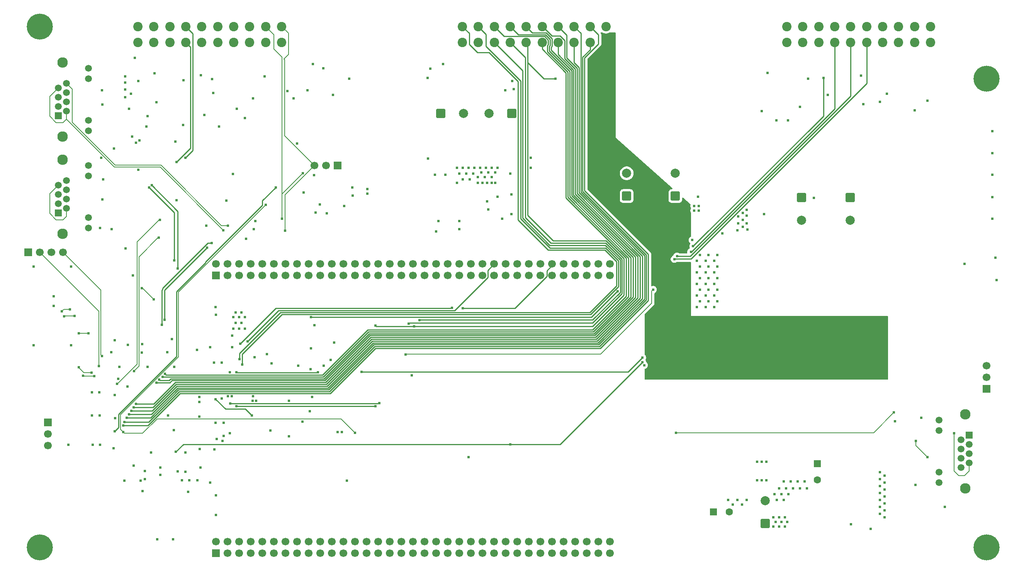
<source format=gbr>
%TF.GenerationSoftware,KiCad,Pcbnew,9.0.3*%
%TF.CreationDate,2025-10-14T12:15:04-07:00*%
%TF.ProjectId,VCU_v1,5643555f-7631-42e6-9b69-6361645f7063,rev?*%
%TF.SameCoordinates,Original*%
%TF.FileFunction,Copper,L6,Bot*%
%TF.FilePolarity,Positive*%
%FSLAX46Y46*%
G04 Gerber Fmt 4.6, Leading zero omitted, Abs format (unit mm)*
G04 Created by KiCad (PCBNEW 9.0.3) date 2025-10-14 12:15:04*
%MOMM*%
%LPD*%
G01*
G04 APERTURE LIST*
G04 Aperture macros list*
%AMRoundRect*
0 Rectangle with rounded corners*
0 $1 Rounding radius*
0 $2 $3 $4 $5 $6 $7 $8 $9 X,Y pos of 4 corners*
0 Add a 4 corners polygon primitive as box body*
4,1,4,$2,$3,$4,$5,$6,$7,$8,$9,$2,$3,0*
0 Add four circle primitives for the rounded corners*
1,1,$1+$1,$2,$3*
1,1,$1+$1,$4,$5*
1,1,$1+$1,$6,$7*
1,1,$1+$1,$8,$9*
0 Add four rect primitives between the rounded corners*
20,1,$1+$1,$2,$3,$4,$5,0*
20,1,$1+$1,$4,$5,$6,$7,0*
20,1,$1+$1,$6,$7,$8,$9,0*
20,1,$1+$1,$8,$9,$2,$3,0*%
G04 Aperture macros list end*
%TA.AperFunction,ComponentPad*%
%ADD10C,3.600000*%
%TD*%
%TA.AperFunction,ConnectorPad*%
%ADD11C,5.700000*%
%TD*%
%TA.AperFunction,ComponentPad*%
%ADD12R,1.500000X1.500000*%
%TD*%
%TA.AperFunction,ComponentPad*%
%ADD13C,1.500000*%
%TD*%
%TA.AperFunction,ComponentPad*%
%ADD14C,2.300000*%
%TD*%
%TA.AperFunction,ComponentPad*%
%ADD15RoundRect,0.250000X0.750000X0.750000X-0.750000X0.750000X-0.750000X-0.750000X0.750000X-0.750000X0*%
%TD*%
%TA.AperFunction,ComponentPad*%
%ADD16C,2.000000*%
%TD*%
%TA.AperFunction,ComponentPad*%
%ADD17RoundRect,0.250000X-0.550000X-0.550000X0.550000X-0.550000X0.550000X0.550000X-0.550000X0.550000X0*%
%TD*%
%TA.AperFunction,ComponentPad*%
%ADD18C,1.600000*%
%TD*%
%TA.AperFunction,ComponentPad*%
%ADD19RoundRect,0.250000X-0.550000X0.550000X-0.550000X-0.550000X0.550000X-0.550000X0.550000X0.550000X0*%
%TD*%
%TA.AperFunction,ComponentPad*%
%ADD20C,2.057400*%
%TD*%
%TA.AperFunction,ComponentPad*%
%ADD21R,1.700000X1.700000*%
%TD*%
%TA.AperFunction,ComponentPad*%
%ADD22C,1.700000*%
%TD*%
%TA.AperFunction,ComponentPad*%
%ADD23RoundRect,0.250000X-0.750000X-0.750000X0.750000X-0.750000X0.750000X0.750000X-0.750000X0.750000X0*%
%TD*%
%TA.AperFunction,ComponentPad*%
%ADD24RoundRect,0.250000X-0.750000X0.750000X-0.750000X-0.750000X0.750000X-0.750000X0.750000X0.750000X0*%
%TD*%
%TA.AperFunction,ComponentPad*%
%ADD25RoundRect,0.250000X0.750000X-0.750000X0.750000X0.750000X-0.750000X0.750000X-0.750000X-0.750000X0*%
%TD*%
%TA.AperFunction,ViaPad*%
%ADD26C,0.609600*%
%TD*%
%TA.AperFunction,Conductor*%
%ADD27C,0.254000*%
%TD*%
%TA.AperFunction,Conductor*%
%ADD28C,0.200000*%
%TD*%
%TA.AperFunction,Conductor*%
%ADD29C,0.203200*%
%TD*%
G04 APERTURE END LIST*
D10*
%TO.P,H1,1,1*%
%TO.N,unconnected-(H1-Pad1)*%
X237490000Y-68580000D03*
D11*
%TO.N,unconnected-(H1-Pad1)_2*%
X237490000Y-68580000D03*
%TD*%
D12*
%TO.P,J8,1,CANH_OUT*%
%TO.N,/BRUHbus/CAN2_H*%
X34040000Y-98050000D03*
D13*
%TO.P,J8,2,CANL_OUT*%
%TO.N,/BRUHbus/CAN2_L*%
X35820000Y-97034000D03*
%TO.P,J8,3,-Vs*%
%TO.N,GND*%
X34040000Y-96018000D03*
%TO.P,J8,4,+Vs*%
%TO.N,+12V*%
X35820000Y-95002000D03*
%TO.P,J8,5,+Vs*%
X34040000Y-93986000D03*
%TO.P,J8,6,-Vs*%
%TO.N,GND*%
X35820000Y-92970000D03*
%TO.P,J8,7,CANL_IN*%
%TO.N,/BRUHbus/CAN2_L*%
X34040000Y-91954000D03*
%TO.P,J8,8,CANH_IN*%
%TO.N,/BRUHbus/CAN2_H*%
X35820000Y-90938000D03*
%TO.P,J8,9,GND*%
%TO.N,GND*%
X40640000Y-101350000D03*
%TO.P,J8,10,POWER_GOOD*%
%TO.N,Net-(J8-POWER_GOOD)*%
X40640000Y-99060000D03*
%TO.P,J8,11,GND*%
%TO.N,GND*%
X40640000Y-89920000D03*
%TO.P,J8,12,CAN_IND*%
%TO.N,Net-(J8-CAN_IND)*%
X40640000Y-87630000D03*
D14*
%TO.P,J8,SH,SHIELD*%
%TO.N,Net-(J8-SHIELD)*%
X34930000Y-102620000D03*
X34930000Y-86360000D03*
%TD*%
D12*
%TO.P,J7,1,CANH_OUT*%
%TO.N,/BRUHbus/CAN1_H*%
X34036000Y-76708000D03*
D13*
%TO.P,J7,2,CANL_OUT*%
%TO.N,/BRUHbus/CAN1_L*%
X35816000Y-75692000D03*
%TO.P,J7,3,-Vs*%
%TO.N,GND*%
X34036000Y-74676000D03*
%TO.P,J7,4,+Vs*%
%TO.N,+12V*%
X35816000Y-73660000D03*
%TO.P,J7,5,+Vs*%
X34036000Y-72644000D03*
%TO.P,J7,6,-Vs*%
%TO.N,GND*%
X35816000Y-71628000D03*
%TO.P,J7,7,CANL_IN*%
%TO.N,/BRUHbus/CAN1_L*%
X34036000Y-70612000D03*
%TO.P,J7,8,CANH_IN*%
%TO.N,/BRUHbus/CAN1_H*%
X35816000Y-69596000D03*
%TO.P,J7,9,GND*%
%TO.N,GND*%
X40636000Y-80008000D03*
%TO.P,J7,10,POWER_GOOD*%
%TO.N,Net-(J7-POWER_GOOD)*%
X40636000Y-77718000D03*
%TO.P,J7,11,GND*%
%TO.N,GND*%
X40636000Y-68578000D03*
%TO.P,J7,12,CAN_IND*%
%TO.N,Net-(J7-CAN_IND)*%
X40636000Y-66288000D03*
D14*
%TO.P,J7,SH,SHIELD*%
%TO.N,Net-(J7-SHIELD)*%
X34926000Y-81278000D03*
X34926000Y-65018000D03*
%TD*%
D15*
%TO.P,C65,1*%
%TO.N,+12V*%
X133431677Y-76224001D03*
D16*
%TO.P,C65,2*%
%TO.N,GND*%
X128431677Y-76224001D03*
%TD*%
D17*
%TO.P,C11,1*%
%TO.N,+5V*%
X177602000Y-163660000D03*
D18*
%TO.P,C11,2*%
%TO.N,GND*%
X181102000Y-163660000D03*
%TD*%
D19*
%TO.P,C2,1*%
%TO.N,+12V*%
X200406000Y-153117349D03*
D18*
%TO.P,C2,2*%
%TO.N,GND*%
X200406000Y-156617349D03*
%TD*%
D20*
%TO.P,U6,1*%
%TO.N,/Connector-Root/APPS1-SIG*%
X82950010Y-60626001D03*
%TO.P,U6,2*%
%TO.N,unconnected-(U6-Pad2)*%
X79450009Y-60626001D03*
%TO.P,U6,3*%
%TO.N,/Connector-Root/APPS2-SIG*%
X75950008Y-60626001D03*
%TO.P,U6,4*%
%TO.N,unconnected-(U6-Pad4)*%
X72450005Y-60626001D03*
%TO.P,U6,5*%
%TO.N,/Connector-Root/BSE-SIG*%
X68950005Y-60626001D03*
%TO.P,U6,6*%
%TO.N,unconnected-(U6-Pad6)*%
X65450004Y-60626001D03*
%TO.P,U6,7*%
%TO.N,/STM32-Root/STM32H723ZGT6/PG4*%
X61950003Y-60626001D03*
%TO.P,U6,8*%
%TO.N,+4.8V*%
X58450003Y-60626001D03*
%TO.P,U6,9*%
X54950002Y-60626001D03*
%TO.P,U6,10*%
X51450001Y-60626001D03*
%TO.P,U6,11*%
%TO.N,/BRUHbus/CAN1_L*%
X82950010Y-57125999D03*
%TO.P,U6,12*%
%TO.N,/BRUHbus/CAN1_H*%
X79450009Y-57125999D03*
%TO.P,U6,13*%
%TO.N,/Connector-Root/RTD_BTN+*%
X75950008Y-57125999D03*
%TO.P,U6,14*%
%TO.N,/Connector-Root/RTD_BTN-*%
X72450005Y-57125999D03*
%TO.P,U6,15*%
%TO.N,/Connector-Root/PRECHARGE_BTN+*%
X68950005Y-57125999D03*
%TO.P,U6,16*%
%TO.N,/Connector-Root/PRECHARGE_BTN-*%
X65450004Y-57125999D03*
%TO.P,U6,17*%
%TO.N,/STM32-Root/STM32H723ZGT6/PB15*%
X61950003Y-57125999D03*
%TO.P,U6,18*%
%TO.N,GND*%
X58450003Y-57125999D03*
%TO.P,U6,19*%
X54950002Y-57125999D03*
%TO.P,U6,20*%
X51450001Y-57125999D03*
%TD*%
%TO.P,U7,1*%
%TO.N,/Connector-Root/Vin+*%
X154070010Y-60626001D03*
%TO.P,U7,2*%
%TO.N,/STM32-Root/STM32H723ZGT6/PG14*%
X150570009Y-60626001D03*
%TO.P,U7,3*%
%TO.N,/STM32-Root/STM32H723ZGT6/PG12*%
X147070008Y-60626001D03*
%TO.P,U7,4*%
%TO.N,/STM32-Root/STM32H723ZGT6/PG9*%
X143570005Y-60626001D03*
%TO.P,U7,5*%
%TO.N,/STM32-Root/STM32H723ZGT6/PG5*%
X140070005Y-60626001D03*
%TO.P,U7,6*%
%TO.N,/Connector-Root/BSPD-FAULT*%
X136570004Y-60626001D03*
%TO.P,U7,7*%
%TO.N,/Connector-Root/IMD-FAULT*%
X133070003Y-60626001D03*
%TO.P,U7,8*%
%TO.N,/Connector-Root/BMS-FAULT*%
X129570003Y-60626001D03*
%TO.P,U7,9*%
%TO.N,/Connector-Root/SPEAKER-*%
X126070002Y-60626001D03*
%TO.P,U7,10*%
%TO.N,/Connector-Root/SPEAKER+*%
X122570001Y-60626001D03*
%TO.P,U7,11*%
%TO.N,GND*%
X154070010Y-57125999D03*
%TO.P,U7,12*%
%TO.N,/STM32-Root/STM32H723ZGT6/PG15*%
X150570009Y-57125999D03*
%TO.P,U7,13*%
%TO.N,/STM32-Root/STM32H723ZGT6/PG13*%
X147070008Y-57125999D03*
%TO.P,U7,14*%
%TO.N,/STM32-Root/STM32H723ZGT6/PG11*%
X143570005Y-57125999D03*
%TO.P,U7,15*%
%TO.N,/STM32-Root/STM32H723ZGT6/PG10*%
X140070005Y-57125999D03*
%TO.P,U7,16*%
%TO.N,/STM32-Root/STM32H723ZGT6/PG8*%
X136570004Y-57125999D03*
%TO.P,U7,17*%
%TO.N,/STM32-Root/STM32H723ZGT6/PG7*%
X133070003Y-57125999D03*
%TO.P,U7,18*%
%TO.N,/STM32-Root/STM32H723ZGT6/PG6*%
X129570003Y-57125999D03*
%TO.P,U7,19*%
%TO.N,/STM32-Root/STM32H723ZGT6/PE10*%
X126070002Y-57125999D03*
%TO.P,U7,20*%
%TO.N,/STM32-Root/STM32H723ZGT6/PE11*%
X122570001Y-57125999D03*
%TD*%
D21*
%TO.P,JP3,1,A*%
%TO.N,unconnected-(JP3-A-Pad1)*%
X237490000Y-136652000D03*
D22*
%TO.P,JP3,2,C*%
%TO.N,Net-(JP3-C)*%
X237490000Y-134112000D03*
%TO.P,JP3,3,B*%
%TO.N,/BRUHbus/CAN2_L*%
X237490000Y-131572000D03*
%TD*%
D23*
%TO.P,C66,1*%
%TO.N,+12V*%
X117843677Y-76224001D03*
D16*
%TO.P,C66,2*%
%TO.N,GND*%
X122843677Y-76224001D03*
%TD*%
D21*
%TO.P,JP1,1,A*%
%TO.N,+3.3V*%
X31750000Y-144018000D03*
D22*
%TO.P,JP1,2,C*%
%TO.N,Net-(JP1-C)*%
X31750000Y-146558000D03*
%TO.P,JP1,3,B*%
%TO.N,GND*%
X31750000Y-149098000D03*
%TD*%
D21*
%TO.P,J1,1,Pin_1*%
%TO.N,+3.3V*%
X27432000Y-106680000D03*
D22*
%TO.P,J1,2,Pin_2*%
%TO.N,/STM32-Root/STM32H723ZGT6/PA14*%
X29972000Y-106680000D03*
%TO.P,J1,3,Pin_3*%
%TO.N,GND*%
X32512000Y-106680000D03*
%TO.P,J1,4,Pin_4*%
%TO.N,/STM32-Root/STM32H723ZGT6/PA13*%
X35052000Y-106680000D03*
%TD*%
D24*
%TO.P,C53,1,1*%
%TO.N,+3.3V*%
X196957990Y-94673678D03*
D16*
%TO.P,C53,2,2*%
%TO.N,GND*%
X196957990Y-99673678D03*
%TD*%
D12*
%TO.P,J6,1,CANH_OUT*%
%TO.N,/BRUHbus/CAN2_H*%
X233680000Y-146808000D03*
D13*
%TO.P,J6,2,CANL_OUT*%
%TO.N,/BRUHbus/CAN2_L*%
X231900000Y-147824000D03*
%TO.P,J6,3,-Vs*%
%TO.N,unconnected-(J6--Vs-Pad3)*%
X233680000Y-148840000D03*
%TO.P,J6,4,+Vs*%
%TO.N,Net-(J6-+Vs-Pad4)*%
X231900000Y-149856000D03*
%TO.P,J6,5,+Vs*%
X233680000Y-150872000D03*
%TO.P,J6,6,-Vs*%
%TO.N,unconnected-(J6--Vs-Pad6)*%
X231900000Y-151888000D03*
%TO.P,J6,7,CANL_IN*%
%TO.N,/BRUHbus/CAN2_L*%
X233680000Y-152904000D03*
%TO.P,J6,8,CANH_IN*%
%TO.N,/BRUHbus/CAN2_H*%
X231900000Y-153920000D03*
%TO.P,J6,9,GND*%
%TO.N,GND*%
X227080000Y-143508000D03*
%TO.P,J6,10,POWER_GOOD*%
%TO.N,Net-(J6-POWER_GOOD)*%
X227080000Y-145798000D03*
%TO.P,J6,11,GND*%
%TO.N,GND*%
X227080000Y-154938000D03*
%TO.P,J6,12,CAN_IND*%
%TO.N,Net-(J6-CAN_IND)*%
X227080000Y-157228000D03*
D14*
%TO.P,J6,SH,SHIELD*%
%TO.N,Net-(J6-SHIELD)*%
X232790000Y-142238000D03*
X232790000Y-158498000D03*
%TD*%
D21*
%TO.P,JP2,1,A*%
%TO.N,unconnected-(JP2-A-Pad1)*%
X95250000Y-87630000D03*
D22*
%TO.P,JP2,2,C*%
%TO.N,Net-(JP2-C)*%
X92710000Y-87630000D03*
%TO.P,JP2,3,B*%
%TO.N,/BRUHbus/CAN1_L*%
X90170000Y-87630000D03*
%TD*%
D25*
%TO.P,C76,1,1*%
%TO.N,+3.3V*%
X158603990Y-94339678D03*
D16*
%TO.P,C76,2,2*%
%TO.N,GND*%
X158603990Y-89339678D03*
%TD*%
D10*
%TO.P,H2,1,1*%
%TO.N,unconnected-(H2-Pad1)_1*%
X29972000Y-57150000D03*
D11*
%TO.N,unconnected-(H2-Pad1)*%
X29972000Y-57150000D03*
%TD*%
D21*
%TO.P,J3,1,Pin_1*%
%TO.N,/STM32-Root/STM32H723ZGT6/PC9*%
X68580000Y-111760000D03*
D22*
%TO.P,J3,2,Pin_2*%
%TO.N,unconnected-(J3-Pin_2-Pad2)*%
X68580000Y-109220000D03*
%TO.P,J3,3,Pin_3*%
%TO.N,unconnected-(J3-Pin_3-Pad3)*%
X71120000Y-111760000D03*
%TO.P,J3,4,Pin_4*%
%TO.N,unconnected-(J3-Pin_4-Pad4)*%
X71120000Y-109220000D03*
%TO.P,J3,5,Pin_5*%
%TO.N,unconnected-(J3-Pin_5-Pad5)*%
X73660000Y-111760000D03*
%TO.P,J3,6,Pin_6*%
%TO.N,unconnected-(J3-Pin_6-Pad6)*%
X73660000Y-109220000D03*
%TO.P,J3,7,Pin_7*%
%TO.N,unconnected-(J3-Pin_7-Pad7)*%
X76200000Y-111760000D03*
%TO.P,J3,8,Pin_8*%
%TO.N,unconnected-(J3-Pin_8-Pad8)*%
X76200000Y-109220000D03*
%TO.P,J3,9,Pin_9*%
%TO.N,GND*%
X78740000Y-111760000D03*
%TO.P,J3,10,Pin_10*%
%TO.N,unconnected-(J3-Pin_10-Pad10)*%
X78740000Y-109220000D03*
%TO.P,J3,11,Pin_11*%
%TO.N,/STM32-Root/STM32H723ZGT6/PA5*%
X81280000Y-111760000D03*
%TO.P,J3,12,Pin_12*%
%TO.N,unconnected-(J3-Pin_12-Pad12)*%
X81280000Y-109220000D03*
%TO.P,J3,13,Pin_13*%
%TO.N,/STM32-Root/STM32H723ZGT6/PA6*%
X83820000Y-111760000D03*
%TO.P,J3,14,Pin_14*%
%TO.N,unconnected-(J3-Pin_14-Pad14)*%
X83820000Y-109220000D03*
%TO.P,J3,15,Pin_15*%
%TO.N,/STM32-Root/STM32H723ZGT6/PA7*%
X86360000Y-111760000D03*
%TO.P,J3,16,Pin_16*%
%TO.N,/STM32-Root/STM32H723ZGT6/PB12*%
X86360000Y-109220000D03*
%TO.P,J3,17,Pin_17*%
%TO.N,/STM32-Root/STM32H723ZGT6/PB6*%
X88900000Y-111760000D03*
%TO.P,J3,18,Pin_18*%
%TO.N,unconnected-(J3-Pin_18-Pad18)*%
X88900000Y-109220000D03*
%TO.P,J3,19,Pin_19*%
%TO.N,unconnected-(J3-Pin_19-Pad19)*%
X91440000Y-111760000D03*
%TO.P,J3,20,Pin_20*%
%TO.N,GND*%
X91440000Y-109220000D03*
%TO.P,J3,21,Pin_21*%
%TO.N,unconnected-(J3-Pin_21-Pad21)*%
X93980000Y-111760000D03*
%TO.P,J3,22,Pin_22*%
%TO.N,unconnected-(J3-Pin_22-Pad22)*%
X93980000Y-109220000D03*
%TO.P,J3,23,Pin_23*%
%TO.N,unconnected-(J3-Pin_23-Pad23)*%
X96520000Y-111760000D03*
%TO.P,J3,24,Pin_24*%
%TO.N,unconnected-(J3-Pin_24-Pad24)*%
X96520000Y-109220000D03*
%TO.P,J3,25,Pin_25*%
%TO.N,/STM32-Root/STM32H723ZGT6/PB10*%
X99060000Y-111760000D03*
%TO.P,J3,26,Pin_26*%
%TO.N,/STM32-Root/STM32H723ZGT6/PB15*%
X99060000Y-109220000D03*
%TO.P,J3,27,Pin_27*%
%TO.N,unconnected-(J3-Pin_27-Pad27)*%
X101600000Y-111760000D03*
%TO.P,J3,28,Pin_28*%
%TO.N,unconnected-(J3-Pin_28-Pad28)*%
X101600000Y-109220000D03*
%TO.P,J3,29,Pin_29*%
%TO.N,/STM32-Root/STM32H723ZGT6/PB5*%
X104140000Y-111760000D03*
%TO.P,J3,30,Pin_30*%
%TO.N,/STM32-Root/STM32H723ZGT6/PB13*%
X104140000Y-109220000D03*
%TO.P,J3,31,Pin_31*%
%TO.N,unconnected-(J3-Pin_31-Pad31)*%
X106680000Y-111760000D03*
%TO.P,J3,32,Pin_32*%
%TO.N,GND*%
X106680000Y-109220000D03*
%TO.P,J3,33,Pin_33*%
%TO.N,unconnected-(J3-Pin_33-Pad33)*%
X109220000Y-111760000D03*
%TO.P,J3,34,Pin_34*%
%TO.N,unconnected-(J3-Pin_34-Pad34)*%
X109220000Y-109220000D03*
%TO.P,J3,35,Pin_35*%
%TO.N,/STM32-Root/STM32H723ZGT6/PA2*%
X111760000Y-111760000D03*
%TO.P,J3,36,Pin_36*%
%TO.N,unconnected-(J3-Pin_36-Pad36)*%
X111760000Y-109220000D03*
%TO.P,J3,37,Pin_37*%
%TO.N,unconnected-(J3-Pin_37-Pad37)*%
X114300000Y-111760000D03*
%TO.P,J3,38,Pin_38*%
%TO.N,unconnected-(J3-Pin_38-Pad38)*%
X114300000Y-109220000D03*
%TO.P,J3,39,Pin_39*%
%TO.N,GND*%
X116840000Y-111760000D03*
%TO.P,J3,40,Pin_40*%
%TO.N,/STM32-Root/STM32H723ZGT6/PE8*%
X116840000Y-109220000D03*
%TO.P,J3,41,Pin_41*%
%TO.N,unconnected-(J3-Pin_41-Pad41)*%
X119380000Y-111760000D03*
%TO.P,J3,42,Pin_42*%
%TO.N,/STM32-Root/STM32H723ZGT6/PF10*%
X119380000Y-109220000D03*
%TO.P,J3,43,Pin_43*%
%TO.N,unconnected-(J3-Pin_43-Pad43)*%
X121920000Y-111760000D03*
%TO.P,J3,44,Pin_44*%
%TO.N,/STM32-Root/STM32H723ZGT6/PE7*%
X121920000Y-109220000D03*
%TO.P,J3,45,Pin_45*%
%TO.N,unconnected-(J3-Pin_45-Pad45)*%
X124460000Y-111760000D03*
%TO.P,J3,46,Pin_46*%
%TO.N,unconnected-(J3-Pin_46-Pad46)*%
X124460000Y-109220000D03*
%TO.P,J3,47,Pin_47*%
%TO.N,unconnected-(J3-Pin_47-Pad47)*%
X127000000Y-111760000D03*
%TO.P,J3,48,Pin_48*%
%TO.N,unconnected-(J3-Pin_48-Pad48)*%
X127000000Y-109220000D03*
%TO.P,J3,49,Pin_49*%
%TO.N,unconnected-(J3-Pin_49-Pad49)*%
X129540000Y-111760000D03*
%TO.P,J3,50,Pin_50*%
%TO.N,/STM32-Root/STM32H723ZGT6/PF14*%
X129540000Y-109220000D03*
%TO.P,J3,51,Pin_51*%
%TO.N,unconnected-(J3-Pin_51-Pad51)*%
X132080000Y-111760000D03*
%TO.P,J3,52,Pin_52*%
%TO.N,/STM32-Root/STM32H723ZGT6/PE9*%
X132080000Y-109220000D03*
%TO.P,J3,53,Pin_53*%
%TO.N,unconnected-(J3-Pin_53-Pad53)*%
X134620000Y-111760000D03*
%TO.P,J3,54,Pin_54*%
%TO.N,GND*%
X134620000Y-109220000D03*
%TO.P,J3,55,Pin_55*%
%TO.N,unconnected-(J3-Pin_55-Pad55)*%
X137160000Y-111760000D03*
%TO.P,J3,56,Pin_56*%
%TO.N,unconnected-(J3-Pin_56-Pad56)*%
X137160000Y-109220000D03*
%TO.P,J3,57,Pin_57*%
%TO.N,unconnected-(J3-Pin_57-Pad57)*%
X139700000Y-111760000D03*
%TO.P,J3,58,Pin_58*%
%TO.N,unconnected-(J3-Pin_58-Pad58)*%
X139700000Y-109220000D03*
%TO.P,J3,59,Pin_59*%
%TO.N,unconnected-(J3-Pin_59-Pad59)*%
X142240000Y-111760000D03*
%TO.P,J3,60,Pin_60*%
%TO.N,/STM32-Root/STM32H723ZGT6/PF15*%
X142240000Y-109220000D03*
%TO.P,J3,61,Pin_61*%
%TO.N,unconnected-(J3-Pin_61-Pad61)*%
X144780000Y-111760000D03*
%TO.P,J3,62,Pin_62*%
%TO.N,unconnected-(J3-Pin_62-Pad62)*%
X144780000Y-109220000D03*
%TO.P,J3,63,Pin_63*%
%TO.N,GND*%
X147320000Y-111760000D03*
%TO.P,J3,64,Pin_64*%
%TO.N,unconnected-(J3-Pin_64-Pad64)*%
X147320000Y-109220000D03*
%TO.P,J3,65,Pin_65*%
%TO.N,unconnected-(J3-Pin_65-Pad65)*%
X149860000Y-111760000D03*
%TO.P,J3,66,Pin_66*%
%TO.N,unconnected-(J3-Pin_66-Pad66)*%
X149860000Y-109220000D03*
%TO.P,J3,67,Pin_67*%
%TO.N,unconnected-(J3-Pin_67-Pad67)*%
X152400000Y-111760000D03*
%TO.P,J3,68,Pin_68*%
%TO.N,unconnected-(J3-Pin_68-Pad68)*%
X152400000Y-109220000D03*
%TO.P,J3,69,Pin_69*%
%TO.N,unconnected-(J3-Pin_69-Pad69)*%
X154940000Y-111760000D03*
%TO.P,J3,70,Pin_70*%
%TO.N,unconnected-(J3-Pin_70-Pad70)*%
X154940000Y-109220000D03*
%TD*%
D10*
%TO.P,H3,1,1*%
%TO.N,unconnected-(H3-Pad1)_1*%
X237490000Y-171450000D03*
D11*
%TO.N,unconnected-(H3-Pad1)*%
X237490000Y-171450000D03*
%TD*%
D24*
%TO.P,C61,1,1*%
%TO.N,Net-(U14-LDOO)*%
X207625990Y-94673678D03*
D16*
%TO.P,C61,2,2*%
%TO.N,GND*%
X207625990Y-99673678D03*
%TD*%
D10*
%TO.P,H4,1,1*%
%TO.N,unconnected-(H4-Pad1)_2*%
X29972000Y-171450000D03*
D11*
%TO.N,unconnected-(H4-Pad1)_1*%
X29972000Y-171450000D03*
%TD*%
D25*
%TO.P,C13,1*%
%TO.N,+5V*%
X188976000Y-166200000D03*
D16*
%TO.P,C13,2*%
%TO.N,GND*%
X188976000Y-161200000D03*
%TD*%
D25*
%TO.P,C80,1,1*%
%TO.N,+3.3V*%
X169271990Y-94339678D03*
D16*
%TO.P,C80,2,2*%
%TO.N,GND*%
X169271990Y-89339678D03*
%TD*%
D20*
%TO.P,U8,1*%
%TO.N,unconnected-(U8-Pad1)*%
X225190010Y-60626001D03*
%TO.P,U8,2*%
%TO.N,unconnected-(U8-Pad2)*%
X221690009Y-60626001D03*
%TO.P,U8,3*%
%TO.N,/Connector-Root/GEN_BTN1+*%
X218190008Y-60626001D03*
%TO.P,U8,4*%
%TO.N,/Connector-Root/GEN_BTN2+*%
X214690005Y-60626001D03*
%TO.P,U8,5*%
%TO.N,/STM32-Root/STM32H723ZGT6/PG2*%
X211190005Y-60626001D03*
%TO.P,U8,6*%
%TO.N,/STM32-Root/STM32H723ZGT6/PG3*%
X207690004Y-60626001D03*
%TO.P,U8,7*%
%TO.N,/Connector-Root/BRAKE_LIGHT*%
X204190003Y-60626001D03*
%TO.P,U8,8*%
%TO.N,/Connector-Root/BSPD_FAULT+*%
X200690003Y-60626001D03*
%TO.P,U8,9*%
%TO.N,/Connector-Root/IMD_FAULT+*%
X197190002Y-60626001D03*
%TO.P,U8,10*%
%TO.N,/Connector-Root/BMS_FAULT+*%
X193690001Y-60626001D03*
%TO.P,U8,11*%
%TO.N,unconnected-(U8-Pad11)*%
X225190010Y-57125999D03*
%TO.P,U8,12*%
%TO.N,unconnected-(U8-Pad12)*%
X221690009Y-57125999D03*
%TO.P,U8,13*%
%TO.N,/Connector-Root/GEN_BTN1-*%
X218190008Y-57125999D03*
%TO.P,U8,14*%
%TO.N,/Connector-Root/GEN_BTN2-*%
X214690005Y-57125999D03*
%TO.P,U8,15*%
%TO.N,/STM32-Root/STM32H723ZGT6/PA2*%
X211190005Y-57125999D03*
%TO.P,U8,16*%
%TO.N,/STM32-Root/STM32H723ZGT6/PA1*%
X207690004Y-57125999D03*
%TO.P,U8,17*%
%TO.N,/STM32-Root/STM32H723ZGT6/PA0*%
X204190003Y-57125999D03*
%TO.P,U8,18*%
%TO.N,GND*%
X200690003Y-57125999D03*
%TO.P,U8,19*%
X197190002Y-57125999D03*
%TO.P,U8,20*%
X193690001Y-57125999D03*
%TD*%
D21*
%TO.P,J2,1,Pin_1*%
%TO.N,/STM32-Root/STM32H723ZGT6/PC10*%
X68580000Y-172720000D03*
D22*
%TO.P,J2,2,Pin_2*%
%TO.N,/STM32-Root/STM32H723ZGT6/PC11*%
X68580000Y-170180000D03*
%TO.P,J2,3,Pin_3*%
%TO.N,/STM32-Root/STM32H723ZGT6/PC12*%
X71120000Y-172720000D03*
%TO.P,J2,4,Pin_4*%
%TO.N,/STM32-Root/STM32H723ZGT6/PD2*%
X71120000Y-170180000D03*
%TO.P,J2,5,Pin_5*%
%TO.N,unconnected-(J2-Pin_5-Pad5)*%
X73660000Y-172720000D03*
%TO.P,J2,6,Pin_6*%
%TO.N,+5V*%
X73660000Y-170180000D03*
%TO.P,J2,7,Pin_7*%
%TO.N,unconnected-(J2-Pin_7-Pad7)*%
X76200000Y-172720000D03*
%TO.P,J2,8,Pin_8*%
%TO.N,GND*%
X76200000Y-170180000D03*
%TO.P,J2,9,Pin_9*%
%TO.N,unconnected-(J2-Pin_9-Pad9)*%
X78740000Y-172720000D03*
%TO.P,J2,10,Pin_10*%
%TO.N,unconnected-(J2-Pin_10-Pad10)*%
X78740000Y-170180000D03*
%TO.P,J2,11,Pin_11*%
%TO.N,unconnected-(J2-Pin_11-Pad11)*%
X81280000Y-172720000D03*
%TO.P,J2,12,Pin_12*%
%TO.N,unconnected-(J2-Pin_12-Pad12)*%
X81280000Y-170180000D03*
%TO.P,J2,13,Pin_13*%
%TO.N,unconnected-(J2-Pin_13-Pad13)*%
X83820000Y-172720000D03*
%TO.P,J2,14,Pin_14*%
%TO.N,unconnected-(J2-Pin_14-Pad14)*%
X83820000Y-170180000D03*
%TO.P,J2,15,Pin_15*%
%TO.N,unconnected-(J2-Pin_15-Pad15)*%
X86360000Y-172720000D03*
%TO.P,J2,16,Pin_16*%
%TO.N,unconnected-(J2-Pin_16-Pad16)*%
X86360000Y-170180000D03*
%TO.P,J2,17,Pin_17*%
%TO.N,unconnected-(J2-Pin_17-Pad17)*%
X88900000Y-172720000D03*
%TO.P,J2,18,Pin_18*%
%TO.N,unconnected-(J2-Pin_18-Pad18)*%
X88900000Y-170180000D03*
%TO.P,J2,19,Pin_19*%
%TO.N,GND*%
X91440000Y-172720000D03*
%TO.P,J2,20,Pin_20*%
X91440000Y-170180000D03*
%TO.P,J2,21,Pin_21*%
%TO.N,unconnected-(J2-Pin_21-Pad21)*%
X93980000Y-172720000D03*
%TO.P,J2,22,Pin_22*%
%TO.N,GND*%
X93980000Y-170180000D03*
%TO.P,J2,23,Pin_23*%
%TO.N,unconnected-(J2-Pin_23-Pad23)*%
X96520000Y-172720000D03*
%TO.P,J2,24,Pin_24*%
%TO.N,unconnected-(J2-Pin_24-Pad24)*%
X96520000Y-170180000D03*
%TO.P,J2,25,Pin_25*%
%TO.N,unconnected-(J2-Pin_25-Pad25)*%
X99060000Y-172720000D03*
%TO.P,J2,26,Pin_26*%
%TO.N,unconnected-(J2-Pin_26-Pad26)*%
X99060000Y-170180000D03*
%TO.P,J2,27,Pin_27*%
%TO.N,unconnected-(J2-Pin_27-Pad27)*%
X101600000Y-172720000D03*
%TO.P,J2,28,Pin_28*%
%TO.N,/STM32-Root/STM32H723ZGT6/PA0*%
X101600000Y-170180000D03*
%TO.P,J2,29,Pin_29*%
%TO.N,unconnected-(J2-Pin_29-Pad29)*%
X104140000Y-172720000D03*
%TO.P,J2,30,Pin_30*%
%TO.N,/STM32-Root/STM32H723ZGT6/PA1*%
X104140000Y-170180000D03*
%TO.P,J2,31,Pin_31*%
%TO.N,unconnected-(J2-Pin_31-Pad31)*%
X106680000Y-172720000D03*
%TO.P,J2,32,Pin_32*%
%TO.N,unconnected-(J2-Pin_32-Pad32)*%
X106680000Y-170180000D03*
%TO.P,J2,33,Pin_33*%
%TO.N,/STM32-Root/STM32H723ZGT6/VBAT*%
X109220000Y-172720000D03*
%TO.P,J2,34,Pin_34*%
%TO.N,unconnected-(J2-Pin_34-Pad34)*%
X109220000Y-170180000D03*
%TO.P,J2,35,Pin_35*%
%TO.N,/STM32-Root/STM32H723ZGT6/PC2*%
X111760000Y-172720000D03*
%TO.P,J2,36,Pin_36*%
%TO.N,/STM32-Root/STM32H723ZGT6/PC1*%
X111760000Y-170180000D03*
%TO.P,J2,37,Pin_37*%
%TO.N,unconnected-(J2-Pin_37-Pad37)*%
X114300000Y-172720000D03*
%TO.P,J2,38,Pin_38*%
%TO.N,unconnected-(J2-Pin_38-Pad38)*%
X114300000Y-170180000D03*
%TO.P,J2,39,Pin_39*%
%TO.N,unconnected-(J2-Pin_39-Pad39)*%
X116840000Y-172720000D03*
%TO.P,J2,40,Pin_40*%
%TO.N,unconnected-(J2-Pin_40-Pad40)*%
X116840000Y-170180000D03*
%TO.P,J2,41,Pin_41*%
%TO.N,unconnected-(J2-Pin_41-Pad41)*%
X119380000Y-172720000D03*
%TO.P,J2,42,Pin_42*%
%TO.N,unconnected-(J2-Pin_42-Pad42)*%
X119380000Y-170180000D03*
%TO.P,J2,43,Pin_43*%
%TO.N,unconnected-(J2-Pin_43-Pad43)*%
X121920000Y-172720000D03*
%TO.P,J2,44,Pin_44*%
%TO.N,unconnected-(J2-Pin_44-Pad44)*%
X121920000Y-170180000D03*
%TO.P,J2,45,Pin_45*%
%TO.N,unconnected-(J2-Pin_45-Pad45)*%
X124460000Y-172720000D03*
%TO.P,J2,46,Pin_46*%
%TO.N,unconnected-(J2-Pin_46-Pad46)*%
X124460000Y-170180000D03*
%TO.P,J2,47,Pin_47*%
%TO.N,unconnected-(J2-Pin_47-Pad47)*%
X127000000Y-172720000D03*
%TO.P,J2,48,Pin_48*%
%TO.N,unconnected-(J2-Pin_48-Pad48)*%
X127000000Y-170180000D03*
%TO.P,J2,49,Pin_49*%
%TO.N,GND*%
X129540000Y-172720000D03*
%TO.P,J2,50,Pin_50*%
%TO.N,unconnected-(J2-Pin_50-Pad50)*%
X129540000Y-170180000D03*
%TO.P,J2,51,Pin_51*%
%TO.N,unconnected-(J2-Pin_51-Pad51)*%
X132080000Y-172720000D03*
%TO.P,J2,52,Pin_52*%
%TO.N,unconnected-(J2-Pin_52-Pad52)*%
X132080000Y-170180000D03*
%TO.P,J2,53,Pin_53*%
%TO.N,unconnected-(J2-Pin_53-Pad53)*%
X134620000Y-172720000D03*
%TO.P,J2,54,Pin_54*%
%TO.N,/STM32-Root/STM32H723ZGT6/PF8*%
X134620000Y-170180000D03*
%TO.P,J2,55,Pin_55*%
%TO.N,/STM32-Root/STM32H723ZGT6/PD1*%
X137160000Y-172720000D03*
%TO.P,J2,56,Pin_56*%
%TO.N,unconnected-(J2-Pin_56-Pad56)*%
X137160000Y-170180000D03*
%TO.P,J2,57,Pin_57*%
%TO.N,/STM32-Root/STM32H723ZGT6/PD0*%
X139700000Y-172720000D03*
%TO.P,J2,58,Pin_58*%
%TO.N,unconnected-(J2-Pin_58-Pad58)*%
X139700000Y-170180000D03*
%TO.P,J2,59,Pin_59*%
%TO.N,unconnected-(J2-Pin_59-Pad59)*%
X142240000Y-172720000D03*
%TO.P,J2,60,Pin_60*%
%TO.N,GND*%
X142240000Y-170180000D03*
%TO.P,J2,61,Pin_61*%
%TO.N,unconnected-(J2-Pin_61-Pad61)*%
X144780000Y-172720000D03*
%TO.P,J2,62,Pin_62*%
%TO.N,unconnected-(J2-Pin_62-Pad62)*%
X144780000Y-170180000D03*
%TO.P,J2,63,Pin_63*%
%TO.N,unconnected-(J2-Pin_63-Pad63)*%
X147320000Y-172720000D03*
%TO.P,J2,64,Pin_64*%
%TO.N,unconnected-(J2-Pin_64-Pad64)*%
X147320000Y-170180000D03*
%TO.P,J2,65,Pin_65*%
%TO.N,unconnected-(J2-Pin_65-Pad65)*%
X149860000Y-172720000D03*
%TO.P,J2,66,Pin_66*%
%TO.N,unconnected-(J2-Pin_66-Pad66)*%
X149860000Y-170180000D03*
%TO.P,J2,67,Pin_67*%
%TO.N,unconnected-(J2-Pin_67-Pad67)*%
X152400000Y-172720000D03*
%TO.P,J2,68,Pin_68*%
%TO.N,unconnected-(J2-Pin_68-Pad68)*%
X152400000Y-170180000D03*
%TO.P,J2,69,Pin_69*%
%TO.N,unconnected-(J2-Pin_69-Pad69)*%
X154940000Y-172720000D03*
%TO.P,J2,70,Pin_70*%
%TO.N,unconnected-(J2-Pin_70-Pad70)*%
X154940000Y-170180000D03*
%TD*%
D26*
%TO.N,/STM32-Root/STM32H723ZGT6/VBAT*%
X97282000Y-156845000D03*
%TO.N,GND*%
X28575000Y-127127000D03*
X187198000Y-152654000D03*
X191008000Y-159766000D03*
X69215000Y-79121000D03*
X49530000Y-75184000D03*
X187198000Y-156718000D03*
X70866000Y-95377000D03*
X121412000Y-91440000D03*
X131318000Y-99314000D03*
X174371000Y-96520000D03*
X125222000Y-88138000D03*
X46355000Y-138049000D03*
X128270000Y-97282000D03*
X133858000Y-70866000D03*
X89662000Y-138430000D03*
X193040000Y-156972000D03*
X193040000Y-161036000D03*
X238760000Y-89662000D03*
X46432800Y-143129000D03*
X97790000Y-68580000D03*
X58928000Y-125780800D03*
X192024000Y-158496000D03*
X238760000Y-80137000D03*
X92202000Y-131572000D03*
X184023000Y-99568000D03*
X126746000Y-89154000D03*
X61849000Y-150622000D03*
X195072000Y-158496000D03*
X62738000Y-156718000D03*
X114977505Y-68418001D03*
X210464400Y-74168000D03*
X118872000Y-89662000D03*
X207772000Y-166370000D03*
X188214000Y-156718000D03*
X54356000Y-150622000D03*
X238760000Y-94615000D03*
X64897000Y-142748000D03*
X90170000Y-122682000D03*
X89789000Y-65405000D03*
X94488000Y-126492000D03*
X196596000Y-158496000D03*
X52425100Y-126797900D03*
X71628000Y-133019800D03*
X28575000Y-109855000D03*
X36830000Y-109855000D03*
X228346000Y-162560000D03*
X80518000Y-145796000D03*
X133350000Y-98298000D03*
X33020000Y-116332000D03*
X183007000Y-100330000D03*
X238760000Y-84963000D03*
X174371000Y-97536000D03*
X115570000Y-66421000D03*
X183007000Y-98806000D03*
X133096000Y-89408000D03*
X65024000Y-149885400D03*
X181864000Y-162052000D03*
X53594000Y-131848501D03*
X41529000Y-148971000D03*
X180848000Y-161036000D03*
X98425000Y-92456000D03*
X184912000Y-100330000D03*
X128270000Y-89154000D03*
X94234000Y-72136000D03*
X128016000Y-91440000D03*
X43434000Y-85979000D03*
X129032000Y-91440000D03*
X193548000Y-158496000D03*
X52959000Y-156464000D03*
X188214000Y-152654000D03*
X67691800Y-68707000D03*
X182880000Y-101854000D03*
X71223617Y-138262199D03*
X41402000Y-137414000D03*
X68453000Y-118745000D03*
X68580000Y-120396000D03*
X127508000Y-90170000D03*
X84579389Y-147114391D03*
X69850000Y-130937000D03*
X70231000Y-144145000D03*
X50800000Y-64008000D03*
X67310000Y-157226000D03*
X121412000Y-88138000D03*
X93726000Y-130302000D03*
X126492000Y-88138000D03*
X129794000Y-91440000D03*
X217424000Y-143764000D03*
X127762000Y-88138000D03*
X59690000Y-82423000D03*
X194056000Y-159766000D03*
X184912000Y-97409000D03*
X48514000Y-156845000D03*
X122682000Y-88138000D03*
X59436000Y-131826000D03*
X59167300Y-169672000D03*
X196088000Y-156972000D03*
X48768000Y-105824000D03*
X56388000Y-155575000D03*
X197612000Y-156972000D03*
X128016000Y-95504000D03*
X133350000Y-93980000D03*
X87503000Y-143891000D03*
X52070000Y-156845000D03*
X130302000Y-94488000D03*
X125984000Y-91440000D03*
X68580000Y-164338000D03*
X238760000Y-99314000D03*
X193937611Y-77724000D03*
X223139000Y-143002000D03*
X52451000Y-159131000D03*
X212090000Y-167386000D03*
X49276000Y-127000000D03*
X129032000Y-90170000D03*
X67945000Y-71755000D03*
X69977000Y-148082000D03*
X189230000Y-156718000D03*
X124206000Y-90678000D03*
X41402000Y-142494000D03*
X184912000Y-98679000D03*
X86360000Y-82804000D03*
X209931000Y-67945000D03*
X129032000Y-88138000D03*
X121920000Y-101600000D03*
X121920000Y-89408000D03*
X64516000Y-156718000D03*
X221742000Y-75539600D03*
X51816000Y-82169000D03*
X184023000Y-101092000D03*
X68580000Y-160020000D03*
X185039000Y-101727000D03*
X123952000Y-151638000D03*
X51054000Y-82677000D03*
X191516000Y-161036000D03*
X88646000Y-71120000D03*
X67310000Y-127508000D03*
X188214000Y-75692000D03*
X43180000Y-101346000D03*
X182880000Y-161036000D03*
X137541000Y-88138000D03*
X89154000Y-141605000D03*
X66421000Y-100838000D03*
X192532000Y-159766000D03*
X118364000Y-65405000D03*
X173355000Y-97536000D03*
X47371000Y-131826000D03*
X87757000Y-93599000D03*
X172974000Y-104013000D03*
X173355000Y-96520000D03*
X184912000Y-161036000D03*
X127000000Y-91440000D03*
X46355000Y-125984000D03*
X239649000Y-112776000D03*
X46228000Y-83947000D03*
X198120000Y-158496000D03*
X51562000Y-69088000D03*
X123444000Y-89408000D03*
X129794000Y-89154000D03*
X45720000Y-101600000D03*
X62484000Y-159258000D03*
X125984000Y-90170000D03*
X36830000Y-127127000D03*
X194564000Y-156972000D03*
X133477000Y-69088000D03*
X121920000Y-99822000D03*
X184023000Y-98044000D03*
X130302000Y-88138000D03*
X77216000Y-99822000D03*
X191389000Y-77724000D03*
X123952000Y-88138000D03*
X79248000Y-68072000D03*
X131953000Y-71109250D03*
X36233200Y-148905700D03*
X76708000Y-72898000D03*
X55667300Y-169672000D03*
X221869000Y-157734000D03*
X61468000Y-68961000D03*
X64897000Y-138430000D03*
X189230000Y-152654000D03*
X86614000Y-131572000D03*
X196596000Y-74803000D03*
X239456146Y-107893951D03*
X116586000Y-89662000D03*
X92075000Y-66294000D03*
X73152000Y-75184000D03*
X61341000Y-78740000D03*
X50165000Y-81280000D03*
X124968000Y-89408000D03*
X61087000Y-156718000D03*
X50513300Y-153508357D03*
X183896000Y-162052000D03*
X122682000Y-90678000D03*
%TO.N,+5V*%
X193802000Y-165862000D03*
X49911000Y-71882000D03*
X192024000Y-166878000D03*
X191262000Y-165862000D03*
X53594000Y-76835000D03*
X48641000Y-70993000D03*
X48641000Y-68072000D03*
X72263000Y-89535000D03*
X85598000Y-72898000D03*
X48641000Y-72644000D03*
X72136000Y-127508000D03*
X48641000Y-69469000D03*
X190754000Y-164846000D03*
X192024000Y-164846000D03*
X74930000Y-77216000D03*
X90043000Y-89789000D03*
X193294000Y-166878000D03*
X192532000Y-165862000D03*
X72136000Y-124968000D03*
X193294000Y-164846000D03*
X190754000Y-166878000D03*
%TO.N,+3.3V*%
X73660000Y-120904000D03*
X76638583Y-139325601D03*
X68148200Y-130911600D03*
X75184000Y-103759000D03*
X72898000Y-122174000D03*
X174625000Y-117475000D03*
X176530000Y-109855000D03*
X178435000Y-109855000D03*
X175895000Y-118745000D03*
X173990000Y-113665000D03*
X65151000Y-153924000D03*
X43021001Y-137414000D03*
X188722000Y-98298000D03*
X74168000Y-122174000D03*
X173990000Y-108585000D03*
X175895000Y-113665000D03*
X46101000Y-149733000D03*
X178435000Y-117475000D03*
X177800000Y-111125000D03*
X179578000Y-102565200D03*
X176530000Y-114935000D03*
X76835000Y-101600000D03*
X175895000Y-111125000D03*
X224536000Y-73406000D03*
X174625000Y-114935000D03*
X176530000Y-112395000D03*
X52959000Y-154686000D03*
X73660000Y-123444000D03*
X72390000Y-120904000D03*
X177800000Y-116205000D03*
X173990000Y-111125000D03*
X199644000Y-94742000D03*
X74168000Y-119888000D03*
X55118000Y-67437000D03*
X202692000Y-72136000D03*
X72390000Y-123444000D03*
X59944000Y-95250000D03*
X175895000Y-116205000D03*
X178435000Y-114935000D03*
X65235557Y-67868109D03*
X72898000Y-119888000D03*
X176530000Y-117475000D03*
X173990000Y-116205000D03*
X66040000Y-76581000D03*
X174244000Y-94488000D03*
X60198000Y-154813000D03*
X69850000Y-138740400D03*
X43053000Y-142494000D03*
X56388000Y-153924000D03*
X68199000Y-149987000D03*
X77025500Y-129730500D03*
X61913647Y-154829710D03*
X174625000Y-112395000D03*
X173990000Y-118745000D03*
X174625000Y-107315000D03*
X98552000Y-94234000D03*
X57912000Y-128625600D03*
X214122000Y-73660000D03*
X177800000Y-118745000D03*
X43180000Y-148971000D03*
X74930000Y-123444000D03*
X174625000Y-109855000D03*
X68509299Y-144145000D03*
X177800000Y-108585000D03*
X178435000Y-107315000D03*
X45593000Y-128651000D03*
X96647000Y-96520000D03*
X52324000Y-128676400D03*
X215646000Y-71882000D03*
X74930000Y-120904000D03*
X77368400Y-139325600D03*
X178435000Y-112395000D03*
X175895000Y-108585000D03*
X176530000Y-107315000D03*
X177800000Y-113665000D03*
X55499000Y-73787000D03*
X33020000Y-118491000D03*
%TO.N,/STM32-Root/STM32H723ZGT6/PC2*%
X59361800Y-145721800D03*
%TO.N,/STM32-Root/STM32H723ZGT6/PF10*%
X84221501Y-71267501D03*
%TO.N,/STM32-Root/STM32H723ZGT6/PF8*%
X58039000Y-142494000D03*
%TO.N,/STM32-Root/STM32H723ZGT6/PF14*%
X59451850Y-108458000D03*
X53941515Y-92484150D03*
X75532908Y-126205908D03*
%TO.N,/STM32-Root/STM32H723ZGT6/PF15*%
X120269000Y-118900867D03*
X60213633Y-110236000D03*
X122682000Y-118999000D03*
X54480333Y-91945333D03*
X73914000Y-126746000D03*
%TO.N,/STM32-Root/STM32H723ZGT6/PG0*%
X73082400Y-140494000D03*
X103554442Y-140486042D03*
%TO.N,/STM32-Root/STM32H723ZGT6/PG1*%
X104343200Y-139801600D03*
X71678800Y-139909800D03*
%TO.N,/STM32-Root/STM32H723ZGT6/PA14*%
X42926000Y-131699000D03*
%TO.N,/STM32-Root/STM32H723ZGT6/PA13*%
X43624500Y-129476500D03*
%TO.N,/STM32-Root/STM32H723ZGT6/PA0*%
X95250000Y-146177000D03*
%TO.N,/STM32-Root/STM32H723ZGT6/PG2*%
X57302400Y-121513600D03*
X169062400Y-108204000D03*
X66598800Y-105664000D03*
%TO.N,/STM32-Root/STM32H723ZGT6/PC12*%
X47117000Y-134443800D03*
%TO.N,/STM32-Root/STM32H723ZGT6/PG11*%
X50038000Y-141478000D03*
%TO.N,/STM32-Root/STM32H723ZGT6/PG15*%
X48236333Y-144699723D03*
%TO.N,/STM32-Root/STM32H723ZGT6/PG10*%
X50546000Y-140716000D03*
%TO.N,/STM32-Root/STM32H723ZGT6/PG13*%
X49022000Y-143002000D03*
%TO.N,/STM32-Root/STM32H723ZGT6/PG9*%
X51054000Y-139954000D03*
%TO.N,/STM32-Root/STM32H723ZGT6/PD1*%
X56261000Y-99568000D03*
X46863000Y-135558200D03*
%TO.N,/STM32-Root/STM32H723ZGT6/PG3*%
X56718200Y-122631200D03*
X169621200Y-107543600D03*
X67665600Y-104648000D03*
%TO.N,/STM32-Root/STM32H723ZGT6/PA1*%
X96202500Y-146113500D03*
%TO.N,/STM32-Root/STM32H723ZGT6/PG12*%
X49530000Y-142240000D03*
%TO.N,/STM32-Root/STM32H723ZGT6/PD0*%
X50610200Y-132777800D03*
X51562000Y-88538808D03*
X56007000Y-103505000D03*
%TO.N,/STM32-Root/STM32H723ZGT6/PC11*%
X41910000Y-133889200D03*
X37575159Y-120666841D03*
X39403816Y-133824184D03*
X35306000Y-120701000D03*
%TO.N,/STM32-Root/STM32H723ZGT6/PC1*%
X162052000Y-130810000D03*
X59786301Y-150495000D03*
X133096000Y-148844000D03*
%TO.N,/STM32-Root/STM32H723ZGT6/PC10*%
X40609800Y-124455224D03*
X38491200Y-124460000D03*
X41275000Y-133096000D03*
X38491200Y-131953000D03*
%TO.N,/STM32-Root/STM32H723ZGT6/PD2*%
X49149000Y-136144000D03*
X36576000Y-119253000D03*
X34814841Y-119617159D03*
%TO.N,/STM32-Root/STM32H723ZGT6/PB12*%
X64427701Y-128143000D03*
X162444047Y-131463412D03*
%TO.N,/STM32-Root/STM32H723ZGT6/PG8*%
X55512000Y-135268000D03*
%TO.N,/STM32-Root/STM32H723ZGT6/PG14*%
X48514000Y-143968800D03*
%TO.N,/STM32-Root/STM32H723ZGT6/PB15*%
X61912500Y-85915500D03*
%TO.N,/STM32-Root/STM32H723ZGT6/PG5*%
X57417000Y-133363000D03*
%TO.N,/STM32-Root/STM32H723ZGT6/PE10*%
X74295000Y-131329700D03*
%TO.N,/STM32-Root/STM32H723ZGT6/PC9*%
X50370338Y-111808662D03*
%TO.N,/STM32-Root/STM32H723ZGT6/PE7*%
X64897000Y-139573000D03*
X89331800Y-132327400D03*
X76708000Y-138262200D03*
%TO.N,/STM32-Root/STM32H723ZGT6/PE9*%
X76454000Y-142494000D03*
X68511132Y-138939000D03*
X84582000Y-139325600D03*
%TO.N,/STM32-Root/STM32H723ZGT6/PG7*%
X56147000Y-134633000D03*
%TO.N,/STM32-Root/STM32H723ZGT6/PE8*%
X72072500Y-138262200D03*
X89408000Y-127762000D03*
X80772000Y-131064000D03*
%TO.N,/STM32-Root/STM32H723ZGT6/PB13*%
X52324000Y-114554000D03*
X54927500Y-117030500D03*
%TO.N,/STM32-Root/STM32H723ZGT6/PB6*%
X81661000Y-92456000D03*
X46355000Y-146000400D03*
%TO.N,/STM32-Root/STM32H723ZGT6/PA2*%
X111506000Y-133656800D03*
%TO.N,/STM32-Root/STM32H723ZGT6/PB5*%
X53340000Y-79121000D03*
X99060000Y-146304000D03*
X48260000Y-146174923D03*
X169418000Y-146304000D03*
X217170000Y-141859000D03*
X79502000Y-96266000D03*
X91353029Y-96179029D03*
%TO.N,/STM32-Root/STM32H723ZGT6/PA6*%
X70263092Y-146971092D03*
%TO.N,/STM32-Root/STM32H723ZGT6/PA7*%
X71628684Y-146431684D03*
%TO.N,/STM32-Root/STM32H723ZGT6/PG4*%
X59944000Y-86868000D03*
%TO.N,/STM32-Root/STM32H723ZGT6/PE11*%
X73710800Y-130182262D03*
%TO.N,/STM32-Root/STM32H723ZGT6/PB10*%
X162052000Y-129794000D03*
X73025000Y-133019800D03*
X100457000Y-132969000D03*
X90932000Y-133019800D03*
%TO.N,/STM32-Root/STM32H723ZGT6/PG6*%
X56896000Y-134077943D03*
%TO.N,/STM32-Root/STM32H723ZGT6/PA5*%
X68707000Y-147701000D03*
%TO.N,/BRUHbus/CAN1_L*%
X83693000Y-101981000D03*
X70209266Y-101832266D03*
%TO.N,/BRUHbus/CAN1_H*%
X71203532Y-100838000D03*
X83058000Y-99314000D03*
X87646841Y-89297841D03*
%TO.N,/BRUHbus/CAN2_L*%
X101727000Y-93853000D03*
X92837000Y-98171000D03*
X230378000Y-146430000D03*
%TO.N,Net-(J6-CAN_IND)*%
X221996000Y-148082000D03*
X224536000Y-151638000D03*
%TO.N,/BRUHbus/CAN2_H*%
X90424000Y-97934242D03*
X101727000Y-92837000D03*
%TO.N,/Connector-Root/BSPD_FAULT+*%
X173168329Y-105350329D03*
X89408000Y-120904000D03*
X201718703Y-68453000D03*
X156589000Y-115220408D03*
%TO.N,/Connector-Root/BSPD-FAULT*%
X112014000Y-122936000D03*
X103512873Y-122801127D03*
X143002000Y-68580000D03*
%TO.N,/Connector-Root/BMS-FAULT*%
X113157000Y-121589800D03*
%TO.N,/Connector-Root/BRAKE_LIGHT*%
X110109000Y-129159000D03*
X172681900Y-106591100D03*
X164401500Y-114871500D03*
%TO.N,/Connector-Root/IMD-FAULT*%
X110853389Y-122351800D03*
%TO.N,+12V*%
X214122000Y-156464000D03*
X215138000Y-161798000D03*
X215138000Y-163322000D03*
X198374000Y-68580000D03*
X116840000Y-102108000D03*
X232664000Y-109220000D03*
X214122000Y-164084000D03*
X215138000Y-157226000D03*
X43815000Y-90678000D03*
X115062000Y-86106000D03*
X214122000Y-157988000D03*
X214122000Y-161036000D03*
X137541000Y-85979000D03*
X79756000Y-129032000D03*
X43688000Y-74295000D03*
X43561000Y-71120000D03*
X214122000Y-154940000D03*
X215138000Y-164846000D03*
X214122000Y-162560000D03*
X215138000Y-160274000D03*
X43688000Y-95123000D03*
X117348000Y-99822000D03*
X215138000Y-158750000D03*
X214122000Y-159512000D03*
X215138000Y-155702000D03*
X189484000Y-67310000D03*
%TO.N,/Connector-Root/Vin+*%
X208280000Y-128270000D03*
X205740000Y-130810000D03*
X207010000Y-127000000D03*
X207010000Y-129540000D03*
X208280000Y-125730000D03*
X205740000Y-125730000D03*
X214630000Y-124460000D03*
X213360000Y-130810000D03*
X209550000Y-127000000D03*
X205740000Y-123190000D03*
X207010000Y-124460000D03*
X210820000Y-125730000D03*
X207010000Y-132080000D03*
X213360000Y-133350000D03*
X205740000Y-133350000D03*
X210820000Y-123190000D03*
X210820000Y-133350000D03*
X213360000Y-128270000D03*
X208280000Y-133350000D03*
X210820000Y-130810000D03*
X213360000Y-123190000D03*
X205740000Y-128270000D03*
X210820000Y-128270000D03*
X212090000Y-132080000D03*
X209550000Y-132080000D03*
X212090000Y-124460000D03*
X212090000Y-127000000D03*
X214630000Y-129540000D03*
X209550000Y-129540000D03*
X209550000Y-124460000D03*
X208280000Y-130810000D03*
X214630000Y-127000000D03*
X208280000Y-123190000D03*
X214630000Y-132080000D03*
X212090000Y-129540000D03*
X213360000Y-125730000D03*
%TD*%
D27*
%TO.N,/STM32-Root/STM32H723ZGT6/PF14*%
X129540000Y-109220000D02*
X128130400Y-110629600D01*
X59451850Y-108458000D02*
X59451850Y-97994485D01*
X59451850Y-97994485D02*
X53941515Y-92484150D01*
X128130400Y-112228228D02*
X120873561Y-119485067D01*
X128130400Y-110629600D02*
X128130400Y-112228228D01*
X120873561Y-119485067D02*
X82253749Y-119485067D01*
X82253749Y-119485067D02*
X75532908Y-126205908D01*
%TO.N,/STM32-Root/STM32H723ZGT6/PF15*%
X141109600Y-111949028D02*
X141109600Y-110731400D01*
X60213633Y-97678633D02*
X54480333Y-91945333D01*
X81661000Y-118999000D02*
X98933000Y-118999000D01*
X120170867Y-118999000D02*
X120269000Y-118900867D01*
X98933000Y-118999000D02*
X120170867Y-118999000D01*
X142240000Y-109601000D02*
X142240000Y-109220000D01*
X141109600Y-110731400D02*
X142240000Y-109601000D01*
X60213633Y-110236000D02*
X60213633Y-97678633D01*
X73914000Y-126746000D02*
X81661000Y-118999000D01*
X122682000Y-118999000D02*
X134059628Y-118999000D01*
X134059628Y-118999000D02*
X141109600Y-111949028D01*
%TO.N,/STM32-Root/STM32H723ZGT6/PG0*%
X103378000Y-140512800D02*
X73101200Y-140512800D01*
X73101200Y-140512800D02*
X73082400Y-140494000D01*
X103554442Y-140486042D02*
X103404758Y-140486042D01*
X103404758Y-140486042D02*
X103378000Y-140512800D01*
%TO.N,/STM32-Root/STM32H723ZGT6/PG1*%
X73324798Y-139908800D02*
X72840002Y-139908800D01*
X103796840Y-139900842D02*
X103312044Y-139900842D01*
X103312044Y-139900842D02*
X103303086Y-139909800D01*
X104343200Y-139801600D02*
X104235000Y-139909800D01*
X72839002Y-139909800D02*
X71678800Y-139909800D01*
X103805798Y-139909800D02*
X103796840Y-139900842D01*
X104235000Y-139909800D02*
X103805798Y-139909800D01*
X73325798Y-139909800D02*
X73324798Y-139908800D01*
X103303086Y-139909800D02*
X73325798Y-139909800D01*
X72840002Y-139908800D02*
X72839002Y-139909800D01*
D28*
%TO.N,/STM32-Root/STM32H723ZGT6/PA14*%
X42926000Y-119634000D02*
X42926000Y-131699000D01*
X29972000Y-106680000D02*
X42926000Y-119634000D01*
%TO.N,/STM32-Root/STM32H723ZGT6/PA13*%
X43327000Y-129179000D02*
X43327000Y-114955000D01*
X43327000Y-114955000D02*
X35052000Y-106680000D01*
X43624500Y-129476500D02*
X43327000Y-129179000D01*
D27*
%TO.N,/STM32-Root/STM32H723ZGT6/PG2*%
X57302400Y-114960400D02*
X66598800Y-105664000D01*
X57302400Y-121513600D02*
X57302400Y-114960400D01*
X211190005Y-69632394D02*
X211190005Y-60626001D01*
X169113200Y-108153200D02*
X172669199Y-108153200D01*
X172669199Y-108153200D02*
X211190005Y-69632394D01*
X169062400Y-108204000D02*
X169113200Y-108153200D01*
%TO.N,/STM32-Root/STM32H723ZGT6/PG11*%
X102866500Y-126142400D02*
X92960502Y-136048400D01*
X145441400Y-58997394D02*
X145441400Y-64006500D01*
X92960502Y-136048400D02*
X60027499Y-136048400D01*
X60027499Y-136048400D02*
X54597900Y-141478000D01*
X145441400Y-64006500D02*
X147732400Y-66297500D01*
X161544000Y-116740901D02*
X152142501Y-126142400D01*
X147732400Y-93776003D02*
X161544000Y-107587600D01*
X143570005Y-57125999D02*
X145441400Y-58997394D01*
X54597900Y-141478000D02*
X50038000Y-141478000D01*
X147732400Y-66297500D02*
X147732400Y-93776003D01*
X152142501Y-126142400D02*
X102866500Y-126142400D01*
X161544000Y-107587600D02*
X161544000Y-116740901D01*
%TO.N,/STM32-Root/STM32H723ZGT6/PG15*%
X163332000Y-107071000D02*
X163332000Y-117257506D01*
X152400000Y-58955990D02*
X152400000Y-60960000D01*
X150570009Y-57125999D02*
X152400000Y-58955990D01*
X149362000Y-66889000D02*
X149362000Y-93101000D01*
X93635502Y-137678000D02*
X60702500Y-137678000D01*
X60702500Y-137678000D02*
X53680777Y-144699723D01*
X53680777Y-144699723D02*
X48236333Y-144699723D01*
X152400000Y-60960000D02*
X149362002Y-63997998D01*
X149362002Y-63997998D02*
X149362002Y-65622502D01*
X149362002Y-65622502D02*
X149362000Y-66889000D01*
X149362000Y-93101000D02*
X163332000Y-107071000D01*
X163332000Y-117257506D02*
X152817501Y-127772000D01*
X152817501Y-127772000D02*
X103541502Y-127772000D01*
X103541502Y-127772000D02*
X93635502Y-137678000D01*
%TO.N,/STM32-Root/STM32H723ZGT6/PG10*%
X147325000Y-93944754D02*
X161036000Y-107655750D01*
X54783750Y-140716000D02*
X50546000Y-140716000D01*
X59858749Y-135641000D02*
X54783750Y-140716000D01*
X140070005Y-57125999D02*
X140183999Y-57125999D01*
X161036000Y-107655750D02*
X161036000Y-116672752D01*
X92791752Y-135641000D02*
X59858749Y-135641000D01*
X147325000Y-66466250D02*
X147325000Y-93944754D01*
X143977351Y-59182000D02*
X145034000Y-60238649D01*
X142240000Y-59182000D02*
X143977351Y-59182000D01*
X102697749Y-125735000D02*
X92791752Y-135641000D01*
X145034000Y-64175251D02*
X147325000Y-66466250D01*
X140183999Y-57125999D02*
X142240000Y-59182000D01*
X161036000Y-116672752D02*
X151973751Y-125735000D01*
X151973751Y-125735000D02*
X102697749Y-125735000D01*
X145034000Y-60238649D02*
X145034000Y-64175251D01*
%TO.N,/STM32-Root/STM32H723ZGT6/PG13*%
X152480001Y-126957200D02*
X103204001Y-126957200D01*
X93298003Y-136863200D02*
X60365000Y-136863200D01*
X147070008Y-57125999D02*
X148547200Y-58603191D01*
X148547200Y-58603191D02*
X148547200Y-93438501D01*
X60365000Y-136863200D02*
X54226200Y-143002000D01*
X162517200Y-116920005D02*
X152480001Y-126957200D01*
X103204001Y-126957200D02*
X93298003Y-136863200D01*
X162517200Y-107408500D02*
X162517200Y-116920005D01*
X148547200Y-93438501D02*
X162517200Y-107408500D01*
X54226200Y-143002000D02*
X49022000Y-143002000D01*
%TO.N,/STM32-Root/STM32H723ZGT6/PG9*%
X92623002Y-135233600D02*
X59689999Y-135233600D01*
X102528998Y-125327600D02*
X92623002Y-135233600D01*
X151805001Y-125327600D02*
X102528998Y-125327600D01*
X59689999Y-135233600D02*
X54969600Y-139954000D01*
X146917600Y-66635000D02*
X146917600Y-94113505D01*
X160528000Y-116604601D02*
X151805001Y-125327600D01*
X143570005Y-60626001D02*
X143570005Y-63287405D01*
X160528000Y-107723900D02*
X160528000Y-116604601D01*
X146917600Y-94113505D02*
X160528000Y-107723900D01*
X143570005Y-63287405D02*
X146917600Y-66635000D01*
X54969600Y-139954000D02*
X51054000Y-139954000D01*
D28*
%TO.N,/STM32-Root/STM32H723ZGT6/PD1*%
X51288000Y-104414000D02*
X56134000Y-99568000D01*
X56134000Y-99568000D02*
X56261000Y-99568000D01*
X46976223Y-135522777D02*
X51288000Y-131211000D01*
X46898423Y-135522777D02*
X46976223Y-135522777D01*
X51288000Y-131211000D02*
X51288000Y-104414000D01*
X46863000Y-135558200D02*
X46898423Y-135522777D01*
D27*
%TO.N,/STM32-Root/STM32H723ZGT6/PG3*%
X56906210Y-114775044D02*
X56906210Y-114528992D01*
X207690004Y-72410594D02*
X207690004Y-60626001D01*
X56906210Y-114528992D02*
X66787202Y-104648000D01*
X169621200Y-107543600D02*
X172556998Y-107543600D01*
X172556998Y-107543600D02*
X207690004Y-72410594D01*
X56718200Y-122631200D02*
X56718200Y-114963054D01*
X66787202Y-104648000D02*
X67665600Y-104648000D01*
X56718200Y-114963054D02*
X56906210Y-114775044D01*
%TO.N,/STM32-Root/STM32H723ZGT6/PG12*%
X148139800Y-93607252D02*
X162052000Y-107519450D01*
X162052000Y-107519450D02*
X162052000Y-116809051D01*
X103035251Y-126549800D02*
X93129252Y-136455800D01*
X148139800Y-66128750D02*
X148139800Y-93607252D01*
X147070008Y-60626001D02*
X147070008Y-65058958D01*
X147070008Y-65058958D02*
X148139800Y-66128750D01*
X152311251Y-126549800D02*
X103035251Y-126549800D01*
X93129252Y-136455800D02*
X60196250Y-136455800D01*
X162052000Y-116809051D02*
X152311251Y-126549800D01*
X54412050Y-142240000D02*
X49530000Y-142240000D01*
X60196250Y-136455800D02*
X54412050Y-142240000D01*
D28*
%TO.N,/STM32-Root/STM32H723ZGT6/PD0*%
X51689000Y-107696000D02*
X55880000Y-103505000D01*
X55880000Y-103505000D02*
X56007000Y-103505000D01*
X50610200Y-132777800D02*
X51689000Y-131699000D01*
X51689000Y-131699000D02*
X51689000Y-107696000D01*
%TO.N,/STM32-Root/STM32H723ZGT6/PC11*%
X37575159Y-120666841D02*
X35340159Y-120666841D01*
X39468832Y-133889200D02*
X39403816Y-133824184D01*
X35340159Y-120666841D02*
X35306000Y-120701000D01*
X41910000Y-133889200D02*
X39468832Y-133889200D01*
D27*
%TO.N,/STM32-Root/STM32H723ZGT6/PC1*%
X144018000Y-148844000D02*
X162052000Y-130810000D01*
X133096000Y-148844000D02*
X144018000Y-148844000D01*
X59786301Y-150495000D02*
X61437301Y-148844000D01*
X61437301Y-148844000D02*
X133096000Y-148844000D01*
D28*
%TO.N,/STM32-Root/STM32H723ZGT6/PC10*%
X38491200Y-131963200D02*
X39370000Y-132842000D01*
X40609800Y-124455224D02*
X40605024Y-124460000D01*
X39370000Y-132842000D02*
X39624000Y-133096000D01*
X39624000Y-133096000D02*
X41275000Y-133096000D01*
X40605024Y-124460000D02*
X38491200Y-124460000D01*
X38491200Y-131953000D02*
X38491200Y-131963200D01*
%TO.N,/STM32-Root/STM32H723ZGT6/PD2*%
X34814841Y-119617159D02*
X35179000Y-119253000D01*
X35179000Y-119253000D02*
X36576000Y-119253000D01*
D27*
%TO.N,/STM32-Root/STM32H723ZGT6/PG8*%
X160020000Y-116536451D02*
X151636251Y-124920200D01*
X58928000Y-134826200D02*
X58486200Y-135268000D01*
X102360247Y-124920200D02*
X92454252Y-134826200D01*
X160020000Y-107792050D02*
X160020000Y-116536451D01*
X58486200Y-135268000D02*
X55512000Y-135268000D01*
X92454252Y-134826200D02*
X58928000Y-134826200D01*
X142038800Y-62332350D02*
X146510200Y-66803750D01*
X142193905Y-59746254D02*
X142193905Y-61505749D01*
X136570004Y-57125999D02*
X137946106Y-58502101D01*
X137946106Y-58502101D02*
X140949753Y-58502101D01*
X151636251Y-124920200D02*
X102360247Y-124920200D01*
X142193905Y-61505749D02*
X142038800Y-61660854D01*
X146510200Y-94282256D02*
X160020000Y-107792050D01*
X142038800Y-61660854D02*
X142038800Y-62332350D01*
X146510200Y-66803750D02*
X146510200Y-94282256D01*
X140949753Y-58502101D02*
X142193905Y-59746254D01*
%TO.N,/STM32-Root/STM32H723ZGT6/PG14*%
X152648751Y-127364600D02*
X103372751Y-127364600D01*
X53835550Y-143968800D02*
X48514000Y-143968800D01*
X148954600Y-93269750D02*
X162924600Y-107239750D01*
X60533750Y-137270600D02*
X53835550Y-143968800D01*
X93466753Y-137270600D02*
X60533750Y-137270600D01*
X150447999Y-60626001D02*
X150570009Y-60626001D01*
X150570009Y-60626001D02*
X150570009Y-62213841D01*
X162924600Y-117088756D02*
X152648751Y-127364600D01*
X162924600Y-107239750D02*
X162924600Y-117088756D01*
X148954602Y-63829248D02*
X148954600Y-93269750D01*
X103372751Y-127364600D02*
X93466753Y-137270600D01*
X150570009Y-62213841D02*
X148954602Y-63829248D01*
%TO.N,/STM32-Root/STM32H723ZGT6/PB15*%
X63500000Y-58675996D02*
X61950003Y-57125999D01*
X63500000Y-84328000D02*
X63500000Y-58675996D01*
X61912500Y-85915500D02*
X63500000Y-84328000D01*
%TO.N,/STM32-Root/STM32H723ZGT6/PG5*%
X145288000Y-94788508D02*
X145288000Y-67310000D01*
X57417000Y-133363000D02*
X57658000Y-133604000D01*
X145288000Y-67310000D02*
X140070005Y-62092005D01*
X91948000Y-133604000D02*
X101853995Y-123698000D01*
X57658000Y-133604000D02*
X91948000Y-133604000D01*
X101853995Y-123698000D02*
X151130000Y-123698000D01*
X140070005Y-62092005D02*
X140070005Y-60626001D01*
X158496000Y-107996500D02*
X145288000Y-94788508D01*
X158496000Y-116332000D02*
X158496000Y-107996500D01*
X151130000Y-123698000D02*
X158496000Y-116332000D01*
%TO.N,/STM32-Root/STM32H723ZGT6/PE10*%
X74296000Y-130424660D02*
X74296000Y-129939864D01*
X153985897Y-105791000D02*
X141790849Y-105791000D01*
X135355600Y-69061600D02*
X127762000Y-61468000D01*
X127762000Y-58817997D02*
X126070002Y-57125999D01*
X83008200Y-120318800D02*
X150663011Y-120318800D01*
X127762000Y-61468000D02*
X127762000Y-58817997D01*
X74295000Y-129938864D02*
X74295000Y-129032000D01*
X156765800Y-108570901D02*
X153985897Y-105791000D01*
X141790849Y-105791000D02*
X135355600Y-99355751D01*
X135355600Y-99355751D02*
X135355600Y-69061600D01*
X156765800Y-114216010D02*
X156765800Y-108570901D01*
X74295000Y-129032000D02*
X83008200Y-120318800D01*
X74296000Y-129939864D02*
X74295000Y-129938864D01*
X74295000Y-130425660D02*
X74296000Y-130424660D01*
X150663011Y-120318800D02*
X156765800Y-114216010D01*
X74295000Y-131329700D02*
X74295000Y-130425660D01*
%TO.N,/STM32-Root/STM32H723ZGT6/PE9*%
X75039200Y-141079200D02*
X70651332Y-141079200D01*
X70651332Y-141079200D02*
X68511132Y-138939000D01*
X76454000Y-142494000D02*
X75039200Y-141079200D01*
%TO.N,/STM32-Root/STM32H723ZGT6/PG7*%
X141631400Y-61492104D02*
X141631400Y-62501100D01*
X146102800Y-94451007D02*
X159512000Y-107860200D01*
X56274000Y-134760000D02*
X56147000Y-134633000D01*
X58280000Y-134760000D02*
X56274000Y-134760000D01*
X141786505Y-61336998D02*
X141631400Y-61492104D01*
X134853505Y-58909501D02*
X140781003Y-58909501D01*
X159512000Y-116468301D02*
X151467501Y-124512800D01*
X58621200Y-134418800D02*
X58280000Y-134760000D01*
X141631400Y-62501100D02*
X146102800Y-66972500D01*
X140781003Y-58909501D02*
X141786505Y-59915004D01*
X133070003Y-57125999D02*
X134853505Y-58909501D01*
X92285502Y-134418800D02*
X58621200Y-134418800D01*
X159512000Y-107860200D02*
X159512000Y-116468301D01*
X102191496Y-124512800D02*
X92285502Y-134418800D01*
X141786505Y-59915004D02*
X141786505Y-61336998D01*
X146102800Y-66972500D02*
X146102800Y-94451007D01*
X151467501Y-124512800D02*
X102191496Y-124512800D01*
D28*
%TO.N,/STM32-Root/STM32H723ZGT6/PB13*%
X52578000Y-114681000D02*
X54927500Y-117030500D01*
X52324000Y-114554000D02*
X52451000Y-114681000D01*
X52451000Y-114681000D02*
X52578000Y-114681000D01*
D27*
%TO.N,/STM32-Root/STM32H723ZGT6/PB6*%
X66294000Y-108839000D02*
X78740000Y-96393000D01*
X66294000Y-108936034D02*
X66294000Y-108839000D01*
X59944000Y-115286033D02*
X66294000Y-108936034D01*
X78740000Y-95377000D02*
X81661000Y-92456000D01*
X47244600Y-142209433D02*
X59944000Y-129510034D01*
X78740000Y-96393000D02*
X78740000Y-95377000D01*
X47244600Y-145110800D02*
X47244600Y-142209433D01*
X59944000Y-129510034D02*
X59944000Y-115286033D01*
X46355000Y-146000400D02*
X47244600Y-145110800D01*
D28*
%TO.N,/STM32-Root/STM32H723ZGT6/PB5*%
X47625000Y-142367000D02*
X60352741Y-129639259D01*
X48257923Y-146174923D02*
X47625000Y-145542000D01*
X65178415Y-143256000D02*
X96012000Y-143256000D01*
X47625000Y-145542000D02*
X47625000Y-145415000D01*
X169418000Y-146304000D02*
X212725000Y-146304000D01*
X48260000Y-146174923D02*
X48516077Y-146431000D01*
X48516077Y-146431000D02*
X52487466Y-146431000D01*
X52487466Y-146431000D02*
X55662466Y-143256000D01*
X64665785Y-143306200D02*
X65128215Y-143306200D01*
X65128215Y-143306200D02*
X65178415Y-143256000D01*
X60352741Y-129639259D02*
X60352741Y-115415259D01*
X212725000Y-146304000D02*
X217170000Y-141859000D01*
X96012000Y-143256000D02*
X99060000Y-146304000D01*
X60352741Y-115415259D02*
X79502000Y-96266000D01*
X55662466Y-143256000D02*
X64615585Y-143256000D01*
X64615585Y-143256000D02*
X64665785Y-143306200D01*
X48260000Y-146174923D02*
X48257923Y-146174923D01*
X47625000Y-145542000D02*
X47625000Y-142367000D01*
D27*
%TO.N,/STM32-Root/STM32H723ZGT6/PG4*%
X62978703Y-61654701D02*
X61950003Y-60626001D01*
X59944000Y-86868000D02*
X62978703Y-83833297D01*
X62978703Y-83833297D02*
X62978703Y-61654701D01*
%TO.N,/STM32-Root/STM32H723ZGT6/PE11*%
X73710800Y-128854200D02*
X82672533Y-119892467D01*
X150513193Y-119892467D02*
X156358400Y-114047260D01*
X141377400Y-106198400D02*
X134747000Y-99568000D01*
X156358400Y-108739652D02*
X153817147Y-106198400D01*
X73710800Y-130182262D02*
X73710800Y-128854200D01*
X124079000Y-58634998D02*
X122570001Y-57125999D01*
X134747000Y-69215000D02*
X128397000Y-62865000D01*
X156358400Y-114047260D02*
X156358400Y-108739652D01*
X128397000Y-62865000D02*
X125857000Y-62865000D01*
X124079000Y-61087000D02*
X124079000Y-58634998D01*
X82672533Y-119892467D02*
X150513193Y-119892467D01*
X153817147Y-106198400D02*
X141377400Y-106198400D01*
X134747000Y-99568000D02*
X134747000Y-69215000D01*
X125857000Y-62865000D02*
X124079000Y-61087000D01*
%TO.N,/STM32-Root/STM32H723ZGT6/PB10*%
X73025000Y-133019800D02*
X73101200Y-133096000D01*
X100457000Y-132969000D02*
X158877000Y-132969000D01*
X73101200Y-133096000D02*
X84963000Y-133096000D01*
X84963000Y-133096000D02*
X85090000Y-133096000D01*
X84963000Y-133096000D02*
X90855800Y-133096000D01*
X158877000Y-132969000D02*
X162052000Y-129794000D01*
X90855800Y-133096000D02*
X90932000Y-133019800D01*
%TO.N,/STM32-Root/STM32H723ZGT6/PG6*%
X141224000Y-61323353D02*
X141379105Y-61168248D01*
X92116751Y-134011400D02*
X102022746Y-124105400D01*
X159004000Y-116400151D02*
X159004000Y-107928350D01*
X140612252Y-59316901D02*
X131760905Y-59316901D01*
X131760905Y-59316901D02*
X129570003Y-57125999D01*
X102022746Y-124105400D02*
X151298751Y-124105400D01*
X141224000Y-62669850D02*
X141224000Y-61323353D01*
X58266600Y-134011400D02*
X92116751Y-134011400D01*
X141379105Y-61168248D02*
X141379105Y-60083754D01*
X145695400Y-67141250D02*
X141224000Y-62669850D01*
X145695400Y-94619757D02*
X145695400Y-67141250D01*
X56896000Y-134077943D02*
X58200057Y-134077943D01*
X141379105Y-60083754D02*
X140612252Y-59316901D01*
X58200057Y-134077943D02*
X58266600Y-134011400D01*
X159004000Y-107928350D02*
X145695400Y-94619757D01*
X151298751Y-124105400D02*
X159004000Y-116400151D01*
D28*
%TO.N,/BRUHbus/CAN1_L*%
X90170000Y-87630000D02*
X83662800Y-81122800D01*
X90170000Y-87630000D02*
X83693000Y-94107000D01*
D29*
X32131000Y-72517000D02*
X32131000Y-76835000D01*
D28*
X83662800Y-64465800D02*
X83459000Y-64262000D01*
D29*
X33528000Y-78232000D02*
X35052000Y-78232000D01*
D28*
X83459000Y-64262000D02*
X84455000Y-63266000D01*
X83662800Y-81122800D02*
X83662800Y-64465800D01*
D29*
X70209266Y-101832266D02*
X56357008Y-87980008D01*
X56357008Y-87980008D02*
X46324008Y-87980008D01*
X35816000Y-77468000D02*
X35816000Y-75692000D01*
X34036000Y-70612000D02*
X32131000Y-72517000D01*
D28*
X84455000Y-63266000D02*
X84455000Y-58630989D01*
X84455000Y-58630989D02*
X82950010Y-57125999D01*
D29*
X35816000Y-77472000D02*
X35816000Y-75692000D01*
X46324008Y-87980008D02*
X35816000Y-77472000D01*
X35052000Y-78232000D02*
X35816000Y-77468000D01*
D28*
X83693000Y-94107000D02*
X83693000Y-101981000D01*
D29*
X32131000Y-76835000D02*
X33528000Y-78232000D01*
%TO.N,/BRUHbus/CAN1_H*%
X71203532Y-100838000D02*
X69786626Y-100838000D01*
D28*
X81280000Y-58955990D02*
X81280000Y-62103000D01*
X81280000Y-62103000D02*
X83058000Y-63881000D01*
X87646841Y-89297841D02*
X83058000Y-93886682D01*
D29*
X37084000Y-70864000D02*
X35816000Y-69596000D01*
X46491434Y-87575808D02*
X37084000Y-78168374D01*
X69786626Y-100838000D02*
X56524433Y-87575808D01*
D28*
X79450009Y-57125999D02*
X81280000Y-58955990D01*
X83058000Y-63881000D02*
X83058000Y-93886682D01*
X83058000Y-93886682D02*
X83058000Y-99314000D01*
D29*
X37084000Y-78168374D02*
X37084000Y-70864000D01*
X56524433Y-87575808D02*
X46491434Y-87575808D01*
%TO.N,/BRUHbus/CAN2_L*%
X35051000Y-99556000D02*
X35815000Y-98792000D01*
X34035000Y-91936000D02*
X32130000Y-93841000D01*
X32130000Y-93841000D02*
X32130000Y-98159000D01*
X33527000Y-99556000D02*
X35051000Y-99556000D01*
D28*
X230378000Y-146430000D02*
X230378000Y-154686000D01*
D29*
X32130000Y-98159000D02*
X33527000Y-99556000D01*
D28*
X231394000Y-155702000D02*
X232664000Y-155702000D01*
X232664000Y-155702000D02*
X233680000Y-154686000D01*
X233680000Y-154686000D02*
X233680000Y-152904000D01*
D29*
X35815000Y-98792000D02*
X35815000Y-97016000D01*
D28*
X230378000Y-154686000D02*
X231394000Y-155702000D01*
%TO.N,Net-(J6-CAN_IND)*%
X221996000Y-149098000D02*
X224536000Y-151638000D01*
X221996000Y-148082000D02*
X221996000Y-149098000D01*
D27*
%TO.N,/Connector-Root/BSPD_FAULT+*%
X173168329Y-105350329D02*
X201718703Y-76799955D01*
X156589000Y-115220408D02*
X156417208Y-115392200D01*
X156387800Y-115392200D02*
X150876000Y-120904000D01*
X201718703Y-76799955D02*
X201718703Y-68453000D01*
X156417208Y-115392200D02*
X156387800Y-115392200D01*
X150876000Y-120904000D02*
X89408000Y-120904000D01*
%TO.N,/Connector-Root/BSPD-FAULT*%
X142494000Y-104140000D02*
X136906000Y-98552000D01*
X154063347Y-104140000D02*
X142494000Y-104140000D01*
X143002000Y-68580000D02*
X140462000Y-68580000D01*
X136906000Y-65024000D02*
X136906000Y-64897000D01*
X151130000Y-122936000D02*
X157988000Y-116078000D01*
X157988000Y-116078000D02*
X157988000Y-108064650D01*
X140462000Y-68580000D02*
X136906000Y-65024000D01*
X103512873Y-122801127D02*
X103647745Y-122936000D01*
X136906000Y-60961997D02*
X136570004Y-60626001D01*
X157988000Y-108064650D02*
X154063347Y-104140000D01*
X103647745Y-122936000D02*
X151130000Y-122936000D01*
X136906000Y-98552000D02*
X136906000Y-60961997D01*
%TO.N,/Connector-Root/BMS-FAULT*%
X141732000Y-105156000D02*
X135763000Y-99187000D01*
X113207800Y-121539000D02*
X151130000Y-121539000D01*
X151130000Y-121539000D02*
X157173200Y-115495800D01*
X113157000Y-121589800D02*
X113207800Y-121539000D01*
X135763000Y-99187000D02*
X135763000Y-66818998D01*
X135763000Y-66818998D02*
X129570003Y-60626001D01*
X157173200Y-108402150D02*
X153927047Y-105156000D01*
X153927047Y-105156000D02*
X141732000Y-105156000D01*
X157173200Y-115495800D02*
X157173200Y-108402150D01*
D29*
%TO.N,/Connector-Root/BRAKE_LIGHT*%
X110236000Y-129032000D02*
X110109000Y-129159000D01*
D27*
X204190003Y-75082997D02*
X204190003Y-60626001D01*
D29*
X152908000Y-129032000D02*
X110236000Y-129032000D01*
D27*
X172758100Y-106591100D02*
X204190003Y-75159197D01*
X172681900Y-106591100D02*
X172758100Y-106591100D01*
D29*
X164084000Y-115189000D02*
X164084000Y-117856000D01*
X164084000Y-117856000D02*
X152908000Y-129032000D01*
X164401500Y-114871500D02*
X164084000Y-115189000D01*
D27*
X204190003Y-75159197D02*
X204190003Y-75082997D01*
%TO.N,/Connector-Root/IMD-FAULT*%
X157580600Y-115723400D02*
X157580600Y-108233400D01*
X136398000Y-63953998D02*
X133070003Y-60626001D01*
X157580600Y-108233400D02*
X153995197Y-104648000D01*
X136398000Y-99043885D02*
X136398000Y-63953998D01*
X151130000Y-122174000D02*
X157580600Y-115723400D01*
X110853389Y-122351800D02*
X111031189Y-122174000D01*
X153995197Y-104648000D02*
X142002115Y-104648000D01*
X142002115Y-104648000D02*
X136398000Y-99043885D01*
X111031189Y-122174000D02*
X151130000Y-122174000D01*
%TD*%
%TA.AperFunction,Conductor*%
%TO.N,/Connector-Root/Vin+*%
G36*
X153267802Y-58433515D02*
G01*
X153483000Y-58543165D01*
X153483003Y-58543166D01*
X153592103Y-58578614D01*
X153711921Y-58617545D01*
X153949659Y-58655199D01*
X153949660Y-58655199D01*
X154190360Y-58655199D01*
X154190361Y-58655199D01*
X154428099Y-58617545D01*
X154657019Y-58543165D01*
X154871486Y-58433888D01*
X154871486Y-58433887D01*
X154872218Y-58433515D01*
X154928513Y-58420000D01*
X156086000Y-58420000D01*
X156153039Y-58439685D01*
X156198794Y-58492489D01*
X156210000Y-58544000D01*
X156210000Y-81533998D01*
X156210000Y-81534000D01*
X167880862Y-91948000D01*
X168636942Y-92622656D01*
X168673857Y-92681978D01*
X168672840Y-92751840D01*
X168634215Y-92810063D01*
X168570243Y-92838160D01*
X168554385Y-92839178D01*
X168471989Y-92839178D01*
X168471970Y-92839179D01*
X168369193Y-92849678D01*
X168369190Y-92849679D01*
X168202658Y-92904863D01*
X168202653Y-92904865D01*
X168053332Y-92996967D01*
X167929279Y-93121020D01*
X167837177Y-93270341D01*
X167837176Y-93270344D01*
X167781991Y-93436881D01*
X167781991Y-93436882D01*
X167781990Y-93436882D01*
X167771490Y-93539661D01*
X167771490Y-95139679D01*
X167771491Y-95139696D01*
X167781990Y-95242474D01*
X167781991Y-95242477D01*
X167823426Y-95367518D01*
X167837176Y-95409012D01*
X167929278Y-95558334D01*
X168053334Y-95682390D01*
X168202656Y-95774492D01*
X168369193Y-95829677D01*
X168471981Y-95840178D01*
X170071998Y-95840177D01*
X170174787Y-95829677D01*
X170341324Y-95774492D01*
X170490646Y-95682390D01*
X170614702Y-95558334D01*
X170706804Y-95409012D01*
X170761989Y-95242475D01*
X170772490Y-95139687D01*
X170772489Y-94805053D01*
X170792173Y-94738017D01*
X170844977Y-94692262D01*
X170914136Y-94682318D01*
X170977691Y-94711343D01*
X170979029Y-94712518D01*
X172558331Y-96121742D01*
X172595246Y-96181063D01*
X172594229Y-96250925D01*
X172590335Y-96261713D01*
X172580647Y-96285101D01*
X172580644Y-96285110D01*
X172549700Y-96440680D01*
X172549700Y-96599319D01*
X172580644Y-96754889D01*
X172580647Y-96754898D01*
X172641348Y-96901445D01*
X172641350Y-96901450D01*
X172641352Y-96901453D01*
X172679876Y-96959109D01*
X172700754Y-97025785D01*
X172682270Y-97093166D01*
X172679877Y-97096888D01*
X172641357Y-97154538D01*
X172641348Y-97154554D01*
X172580647Y-97301101D01*
X172580644Y-97301110D01*
X172549700Y-97456680D01*
X172549700Y-97615319D01*
X172580644Y-97770889D01*
X172580647Y-97770898D01*
X172641348Y-97917446D01*
X172641355Y-97917459D01*
X172699102Y-98003882D01*
X172719980Y-98070559D01*
X172720000Y-98072773D01*
X172720000Y-103163704D01*
X172700315Y-103230743D01*
X172647511Y-103276498D01*
X172643454Y-103278264D01*
X172592555Y-103299347D01*
X172592540Y-103299355D01*
X172460651Y-103387481D01*
X172460647Y-103387484D01*
X172348484Y-103499647D01*
X172348481Y-103499651D01*
X172260355Y-103631540D01*
X172260348Y-103631553D01*
X172199647Y-103778101D01*
X172199644Y-103778110D01*
X172168700Y-103933680D01*
X172168700Y-104092319D01*
X172199644Y-104247889D01*
X172199647Y-104247898D01*
X172260348Y-104394446D01*
X172260355Y-104394459D01*
X172348481Y-104526348D01*
X172348484Y-104526352D01*
X172460647Y-104638515D01*
X172460651Y-104638518D01*
X172506026Y-104668837D01*
X172550831Y-104722449D01*
X172559538Y-104791774D01*
X172540238Y-104840829D01*
X172454683Y-104968871D01*
X172454677Y-104968882D01*
X172393976Y-105115430D01*
X172393973Y-105115439D01*
X172363029Y-105271009D01*
X172363029Y-105429648D01*
X172393973Y-105585218D01*
X172393976Y-105585227D01*
X172436143Y-105687028D01*
X172443612Y-105756498D01*
X172412336Y-105818977D01*
X172369036Y-105849041D01*
X172300446Y-105877452D01*
X172300440Y-105877455D01*
X172168551Y-105965581D01*
X172168547Y-105965584D01*
X172056384Y-106077747D01*
X172056381Y-106077751D01*
X171968255Y-106209640D01*
X171968248Y-106209653D01*
X171907547Y-106356201D01*
X171907544Y-106356210D01*
X171876600Y-106511780D01*
X171876600Y-106670419D01*
X171895992Y-106767909D01*
X171889765Y-106837501D01*
X171846902Y-106892678D01*
X171781012Y-106915922D01*
X171774375Y-106916100D01*
X170169198Y-106916100D01*
X170102159Y-106896415D01*
X170100308Y-106895202D01*
X170002663Y-106829958D01*
X170002656Y-106829954D01*
X170002653Y-106829952D01*
X170002649Y-106829950D01*
X170002645Y-106829948D01*
X169856098Y-106769247D01*
X169856089Y-106769244D01*
X169700519Y-106738300D01*
X169700515Y-106738300D01*
X169541885Y-106738300D01*
X169541880Y-106738300D01*
X169386310Y-106769244D01*
X169386301Y-106769247D01*
X169239753Y-106829948D01*
X169239740Y-106829955D01*
X169107851Y-106918081D01*
X169107847Y-106918084D01*
X168995684Y-107030247D01*
X168995681Y-107030251D01*
X168907555Y-107162140D01*
X168907548Y-107162153D01*
X168846848Y-107308698D01*
X168846845Y-107308707D01*
X168835296Y-107366769D01*
X168802910Y-107428679D01*
X168761133Y-107457137D01*
X168680947Y-107490352D01*
X168680940Y-107490355D01*
X168549051Y-107578481D01*
X168549047Y-107578484D01*
X168436884Y-107690647D01*
X168436881Y-107690651D01*
X168348755Y-107822540D01*
X168348748Y-107822553D01*
X168288047Y-107969101D01*
X168288044Y-107969110D01*
X168257100Y-108124680D01*
X168257100Y-108283319D01*
X168288044Y-108438889D01*
X168288047Y-108438898D01*
X168348748Y-108585446D01*
X168348755Y-108585459D01*
X168436881Y-108717348D01*
X168436884Y-108717352D01*
X168549047Y-108829515D01*
X168549051Y-108829518D01*
X168680940Y-108917644D01*
X168680953Y-108917651D01*
X168790864Y-108963176D01*
X168827503Y-108978353D01*
X168827505Y-108978353D01*
X168827510Y-108978355D01*
X168983080Y-109009299D01*
X168983084Y-109009300D01*
X168983085Y-109009300D01*
X169141716Y-109009300D01*
X169141717Y-109009299D01*
X169193575Y-108998984D01*
X169297289Y-108978355D01*
X169297292Y-108978353D01*
X169297297Y-108978353D01*
X169443853Y-108917648D01*
X169575749Y-108829518D01*
X169575752Y-108829515D01*
X169588249Y-108817019D01*
X169649572Y-108783534D01*
X169675930Y-108780700D01*
X172596000Y-108780700D01*
X172663039Y-108800385D01*
X172708794Y-108853189D01*
X172720000Y-108904700D01*
X172720000Y-120650000D01*
X215776000Y-120650000D01*
X215843039Y-120669685D01*
X215888794Y-120722489D01*
X215900000Y-120774000D01*
X215900000Y-134496000D01*
X215880315Y-134563039D01*
X215827511Y-134608794D01*
X215776000Y-134620000D01*
X162684000Y-134620000D01*
X162616961Y-134600315D01*
X162571206Y-134547511D01*
X162560000Y-134496000D01*
X162560000Y-132363188D01*
X162579685Y-132296149D01*
X162632489Y-132250394D01*
X162659804Y-132241571D01*
X162678944Y-132237765D01*
X162825500Y-132177060D01*
X162957396Y-132088930D01*
X163069565Y-131976761D01*
X163157695Y-131844865D01*
X163218400Y-131698309D01*
X163249347Y-131542727D01*
X163249347Y-131384097D01*
X163249071Y-131382710D01*
X163218402Y-131228522D01*
X163218399Y-131228513D01*
X163157698Y-131081965D01*
X163157691Y-131081952D01*
X163069565Y-130950063D01*
X163069562Y-130950059D01*
X162957399Y-130837896D01*
X162957395Y-130837893D01*
X162909257Y-130805728D01*
X162864452Y-130752116D01*
X162856531Y-130726817D01*
X162826355Y-130575110D01*
X162826352Y-130575101D01*
X162765651Y-130428553D01*
X162765643Y-130428538D01*
X162727124Y-130370892D01*
X162706245Y-130304215D01*
X162724729Y-130236835D01*
X162727124Y-130233108D01*
X162765643Y-130175461D01*
X162765644Y-130175458D01*
X162765648Y-130175453D01*
X162826353Y-130028897D01*
X162857300Y-129873315D01*
X162857300Y-129714685D01*
X162833109Y-129593067D01*
X162826355Y-129559110D01*
X162826352Y-129559101D01*
X162765651Y-129412553D01*
X162765644Y-129412540D01*
X162677518Y-129280651D01*
X162677515Y-129280647D01*
X162596319Y-129199451D01*
X162562834Y-129138128D01*
X162560000Y-129111770D01*
X162560000Y-120282860D01*
X162579685Y-120215821D01*
X162596319Y-120195179D01*
X163533149Y-119258349D01*
X164565800Y-118225698D01*
X164587035Y-118188917D01*
X164645067Y-118088402D01*
X164686100Y-117935268D01*
X164686100Y-115708119D01*
X164705785Y-115641080D01*
X164758589Y-115595325D01*
X164762621Y-115593569D01*
X164782953Y-115585148D01*
X164914849Y-115497018D01*
X165027018Y-115384849D01*
X165115148Y-115252953D01*
X165175853Y-115106397D01*
X165206800Y-114950815D01*
X165206800Y-114792185D01*
X165188484Y-114700103D01*
X165175855Y-114636610D01*
X165175852Y-114636601D01*
X165115151Y-114490053D01*
X165115144Y-114490040D01*
X165027018Y-114358151D01*
X165027015Y-114358147D01*
X164914852Y-114245984D01*
X164914848Y-114245981D01*
X164782959Y-114157855D01*
X164782946Y-114157848D01*
X164636398Y-114097147D01*
X164636389Y-114097144D01*
X164480819Y-114066200D01*
X164480815Y-114066200D01*
X164322185Y-114066200D01*
X164322180Y-114066200D01*
X164166610Y-114097144D01*
X164166601Y-114097147D01*
X164130952Y-114111914D01*
X164061483Y-114119383D01*
X163999004Y-114088107D01*
X163963352Y-114028018D01*
X163959500Y-113997353D01*
X163959500Y-107009197D01*
X163955189Y-106987525D01*
X163955187Y-106987521D01*
X163955187Y-106987517D01*
X163935385Y-106887965D01*
X163911357Y-106829955D01*
X163888085Y-106773771D01*
X163888084Y-106773769D01*
X163885062Y-106769247D01*
X163846554Y-106711615D01*
X163819411Y-106670992D01*
X163732008Y-106583589D01*
X150688080Y-93539661D01*
X157103490Y-93539661D01*
X157103490Y-95139679D01*
X157103491Y-95139696D01*
X157113990Y-95242474D01*
X157113991Y-95242477D01*
X157155426Y-95367518D01*
X157169176Y-95409012D01*
X157261278Y-95558334D01*
X157385334Y-95682390D01*
X157534656Y-95774492D01*
X157701193Y-95829677D01*
X157803981Y-95840178D01*
X159403998Y-95840177D01*
X159506787Y-95829677D01*
X159673324Y-95774492D01*
X159822646Y-95682390D01*
X159946702Y-95558334D01*
X160038804Y-95409012D01*
X160093989Y-95242475D01*
X160104490Y-95139687D01*
X160104489Y-93539670D01*
X160093989Y-93436881D01*
X160038804Y-93270344D01*
X159946702Y-93121022D01*
X159822646Y-92996966D01*
X159673324Y-92904864D01*
X159506787Y-92849679D01*
X159506785Y-92849678D01*
X159404000Y-92839178D01*
X157803988Y-92839178D01*
X157803971Y-92839179D01*
X157701193Y-92849678D01*
X157701190Y-92849679D01*
X157534658Y-92904863D01*
X157534653Y-92904865D01*
X157385332Y-92996967D01*
X157261279Y-93121020D01*
X157169177Y-93270341D01*
X157169176Y-93270344D01*
X157113991Y-93436881D01*
X157113991Y-93436882D01*
X157113990Y-93436882D01*
X157103490Y-93539661D01*
X150688080Y-93539661D01*
X150025819Y-92877400D01*
X149992334Y-92816077D01*
X149989500Y-92789719D01*
X149989500Y-89221580D01*
X157103490Y-89221580D01*
X157103490Y-89457775D01*
X157140436Y-89691046D01*
X157213423Y-89915674D01*
X157320647Y-90126111D01*
X157459473Y-90317188D01*
X157626480Y-90484195D01*
X157817557Y-90623021D01*
X157916981Y-90673680D01*
X158027993Y-90730244D01*
X158027995Y-90730244D01*
X158027998Y-90730246D01*
X158148402Y-90769367D01*
X158252621Y-90803231D01*
X158485893Y-90840178D01*
X158485898Y-90840178D01*
X158722087Y-90840178D01*
X158955358Y-90803231D01*
X159179982Y-90730246D01*
X159390423Y-90623021D01*
X159581500Y-90484195D01*
X159748507Y-90317188D01*
X159887333Y-90126111D01*
X159994558Y-89915670D01*
X160067543Y-89691046D01*
X160104490Y-89457775D01*
X160104490Y-89221580D01*
X160067543Y-88988309D01*
X159994556Y-88763681D01*
X159887332Y-88553244D01*
X159748507Y-88362168D01*
X159581500Y-88195161D01*
X159390423Y-88056335D01*
X159179986Y-87949111D01*
X158955358Y-87876124D01*
X158722087Y-87839178D01*
X158722082Y-87839178D01*
X158485898Y-87839178D01*
X158485893Y-87839178D01*
X158252621Y-87876124D01*
X158027993Y-87949111D01*
X157817556Y-88056335D01*
X157708540Y-88135540D01*
X157626480Y-88195161D01*
X157626478Y-88195163D01*
X157626477Y-88195163D01*
X157459475Y-88362165D01*
X157459475Y-88362166D01*
X157459473Y-88362168D01*
X157399852Y-88444228D01*
X157320647Y-88553244D01*
X157213423Y-88763681D01*
X157140436Y-88988309D01*
X157103490Y-89221580D01*
X149989500Y-89221580D01*
X149989500Y-66827197D01*
X149989502Y-65560700D01*
X149989502Y-64309279D01*
X150009187Y-64242240D01*
X150025821Y-64221598D01*
X152887408Y-61360011D01*
X152887411Y-61360008D01*
X152956083Y-61257233D01*
X152974401Y-61213010D01*
X153003386Y-61143035D01*
X153027500Y-61021803D01*
X153027500Y-60898197D01*
X153027500Y-58894187D01*
X153027500Y-58894184D01*
X153003386Y-58772960D01*
X153003385Y-58772959D01*
X153003385Y-58772955D01*
X153003383Y-58772950D01*
X152956086Y-58658763D01*
X152956079Y-58658750D01*
X152925437Y-58612891D01*
X152922399Y-58603190D01*
X152915745Y-58595511D01*
X152912136Y-58570411D01*
X152904559Y-58546213D01*
X152907247Y-58536413D01*
X152905801Y-58526353D01*
X152916335Y-58503284D01*
X152923044Y-58478833D01*
X152930603Y-58472042D01*
X152934826Y-58462797D01*
X152956157Y-58449087D01*
X152975022Y-58432143D01*
X152986619Y-58429511D01*
X152993604Y-58425023D01*
X153028539Y-58420000D01*
X153211507Y-58420000D01*
X153267802Y-58433515D01*
G37*
%TD.AperFunction*%
%TD*%
M02*

</source>
